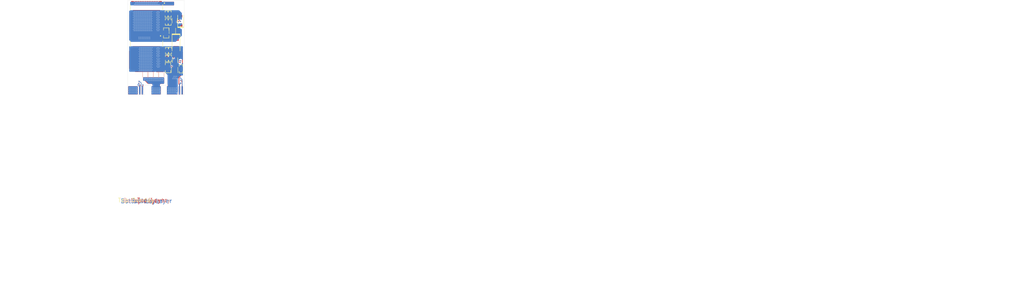
<source format=kicad_pcb>
(kicad_pcb (version 20240108) (generator "pcbnew") (generator_version "8.0")
  (layers (0 "F.Cu" signal "Top Layer") (1 "In1.Cu" signal "Layer 1") (2 "In2.Cu" signal "Layer 2") (31 "B.Cu" signal "Bottom Layer") (34 "B.Paste" user "Bottom Paste") (35 "F.Paste" user "Top Paste") (36 "B.SilkS" user "Bottom Overlay") (37 "F.SilkS" user "Top Overlay") (38 "B.Mask" user "Bottom Solder") (39 "F.Mask" user "Top Solder") (44 "Edge.Cuts" user))
  (net 0 "")
  (net 1 "NetR28_1")
  (net 2 "INH")
  (net 3 "RDRV_H")
  (net 4 "INL")
  (net 5 "VNEG_L")
  (net 6 "VNEG_H")
  (net 7 "U2NC54")
  (net 8 "U2NC28")
  (net 9 "U2NC17")
  (net 10 "U2NC16")
  (net 11 "U2NC1")
  (net 12 "U1NC54")
  (net 13 "U1NC28")
  (net 14 "U1NC17")
  (net 15 "U1NC16")
  (net 16 "U1NC1")
  (net 17 "TEMP_L")
  (net 18 "TEMP_H")
  (net 19 "SW")
  (net 20 "PGND")
  (net 21 "OC_L")
  (net 22 "OC_H")
  (net 23 "NetL4_2")
  (net 24 "NetL1_2")
  (net 25 "NetD1_2")
  (net 26 "NetC170_2")
  (net 27 "NetC61_2")
  (net 28 "ISO_12V_L")
  (net 29 "ISO_12V_H")
  (net 30 "HVBUS")
  (net 31 "FAULT_L")
  (net 32 "FAULT_H")
  (net 33 "5V_L")
  (net 34 "5V_H")
  (footprint "" (layer "F.Cu") (at 151.560935 108.230609)
    (property "Reference" "")
    (property "Value" "")
  )
  (footprint "Vault:SOD-123" (layer "F.Cu") (at 157.626365 95.029129 90)
    (property "Reference" "D2" (hide yes))
    (property "Value" "BZT52C16-7-F" (hide yes))
  )
  (footprint "Vault:0402" (layer "F.Cu") (at 152.526535 106.247599 90)
    (property "Reference" "R28" (hide yes))
    (property "Value" "MCR01MZPJ000" (hide yes))
  )
  (footprint "Vault:SMA" (layer "F.Cu") (at 155.933535 103.542609 -90)
    (property "Reference" "D1" (hide yes))
    (property "Value" "US1M-13-F" (hide yes))
  )
  (footprint "Vault:0402" (layer "F.Cu") (at 153.601275 95.558079 -90)
    (property "Reference" "R27" (hide yes))
    (property "Value" "CRCW0402300RJNED" (hide yes))
  )
  (footprint "" (layer "F.Cu") (at 151.503035 96.010319)
    (property "Reference" "")
    (property "Value" "")
  )
  (footprint "Vault:FP-SDEM20161T-4R7MS_SMD2-MFG" (layer "F.Cu") (at 155.425535 113.448609 -90)
    (property "Reference" "L4" (hide yes))
    (property "Value" "SDEM20161T-4R7MS" (hide yes))
  )
  (footprint "" (layer "F.Cu") (at 151.586935 109.529609)
    (property "Reference" "")
    (property "Value" "")
  )
  (footprint "Vault:FP-SDEM20161T-4R7MS_SMD2-MFG" (layer "F.Cu") (at 154.558535 98.881599 -90)
    (property "Reference" "L1" (hide yes))
    (property "Value" "SDEM20161T-4R7MS" (hide yes))
  )
  (footprint "Vault:0402" (layer "F.Cu") (at 152.504535 109.130609 -90)
    (property "Reference" "C170" (hide yes))
    (property "Value" "C1005C0G1H220J050BA" (hide yes))
  )
  (footprint "Vault:1206_190" (layer "F.Cu") (at 155.574535 109.803599 -90)
    (property "Reference" "C62" (hide yes))
    (property "Value" "C1206C106K3RACTU" (hide yes))
  )
  (footprint "Server1600-Local.PcbLib:EC_GAN_DC_HBLLC" (layer "F.Cu") (at 159.003535 118.503609 180)
    (property "Reference" "J1" (hide yes))
    (property "Value" "Edge Finger" (hide yes))
  )
  (footprint "Vault:0402" (layer "F.Cu") (at 152.377535 92.566609 90)
    (property "Reference" "R25" (hide yes))
    (property "Value" "MCR01MZPJ000" (hide yes))
  )
  (footprint "Vault:0402" (layer "F.Cu") (at 153.597625 92.552729 -90)
    (property "Reference" "C58" (hide yes))
    (property "Value" "CL05B224KO5NNNC" (hide yes))
  )
  (footprint "Vault:0805_HV" (layer "F.Cu") (at 152.272535 99.643599 90)
    (property "Reference" "C59" (hide yes))
    (property "Value" "GRM219R61E225KA12D" (hide yes))
  )
  (footprint "Vault:0603" (layer "F.Cu") (at 157.778865 113.014609 -90)
    (property "Reference" "R24" (hide yes))
    (property "Value" "MCT06030C2008FP500" (hide yes))
  )
  (footprint "Vault:0402" (layer "F.Cu") (at 153.741535 106.222329 -90)
    (property "Reference" "C63" (hide yes))
    (property "Value" "CL05B224KO5NNNC" (hide yes))
  )
  (footprint "Vault:0402" (layer "F.Cu") (at 152.449025 95.534409 -90)
    (property "Reference" "C61" (hide yes))
    (property "Value" "C1005C0G1H220J050BA" (hide yes))
  )
  (footprint "Vault:0805_HV" (layer "F.Cu") (at 152.949015 112.585609 90)
    (property "Reference" "C64" (hide yes))
    (property "Value" "GRM219R61E225KA12D" (hide yes))
  )
  (footprint "Vault:RQZ0054A-MFG-NV" (layer "F.Cu") (at 144.928535 94.001609 -90)
    (property "Reference" "U7" (hide yes))
    (property "Value" "LMG3425R030RQZT" (hide yes))
  )
  (footprint "Vault:0402" (layer "F.Cu") (at 153.726835 109.106469 90)
    (property "Reference" "R110" (hide yes))
    (property "Value" "CRCW0402300RJNED" (hide yes))
  )
  (footprint "" (layer "F.Cu") (at 151.510535 94.690599)
    (property "Reference" "")
    (property "Value" "")
  )
  (footprint "Vault:1206_190" (layer "F.Cu") (at 155.447535 95.095829 90)
    (property "Reference" "C57" (hide yes))
    (property "Value" "C1206C106K3RACTU" (hide yes))
  )
  (footprint "Vault:RQZ0054A-MFG-NV" (layer "F.Cu") (at 144.955535 107.564609 -90)
    (property "Reference" "U8" (hide yes))
    (property "Value" "LMG3425R030RQZT" (hide yes))
  )
  (footprint "Vault:1206_190" (layer "B.Cu") (at 146.467955 115.195599 90)
    (property "Reference" "C68" (hide yes))
    (property "Value" "C1206C223KDRACTU" (hide yes))
  )
  (footprint "Vault:1206_190" (layer "B.Cu") (at 144.468545 115.195599 90)
    (property "Reference" "C65" (hide yes))
    (property "Value" "C1206C223KDRACTU" (hide yes))
  )
  (footprint "Vault:1206_190" (layer "B.Cu") (at 150.466785 115.195599 90)
    (property "Reference" "C66" (hide yes))
    (property "Value" "C1206C223KDRACTU" (hide yes))
  )
  (footprint "Vault:1206_190" (layer "B.Cu") (at 148.467365 115.195599 90)
    (property "Reference" "C67" (hide yes))
    (property "Value" "C1206C223KDRACTU" (hide yes))
  )
  (gr_rect (start 152.859025 115.305439) (end 156.427545 121.003609) (fill solid) (layer "F.Cu") (net 20))
  (gr_line (start 146.688435 122.659989) (end 150.388435 122.659989) (stroke (width 0.05)) (layer "Edge.Cuts"))
  (gr_line (start 158.988435 87.559989) (end 137.988435 87.559989) (stroke (width 0.05)) (layer "Edge.Cuts"))
  (gr_line (start 152.388435 119.059989) (end 152.388435 122.659989) (stroke (width 0.05)) (layer "Edge.Cuts"))
  (gr_line (start 150.388435 119.059989) (end 152.388435 119.059989) (stroke (width 0.05)) (layer "Edge.Cuts"))
  (gr_line (start 144.188435 122.659989) (end 144.188435 119.059989) (stroke (width 0.05)) (layer "Edge.Cuts"))
  (gr_line (start 150.388435 122.659989) (end 150.388435 119.059989) (stroke (width 0.05)) (layer "Edge.Cuts"))
  (gr_line (start 137.988435 87.559989) (end 137.988435 122.659989) (stroke (width 0.05)) (layer "Edge.Cuts"))
  (gr_line (start 144.188435 119.059989) (end 146.688435 119.059989) (stroke (width 0.05)) (layer "Edge.Cuts"))
  (gr_line (start 152.388435 122.659989) (end 158.988435 122.659989) (stroke (width 0.05)) (layer "Edge.Cuts"))
  (gr_line (start 146.688435 119.059989) (end 146.688435 122.659989) (stroke (width 0.05)) (layer "Edge.Cuts"))
  (gr_line (start 158.988435 122.659989) (end 158.988435 87.559989) (stroke (width 0.05)) (layer "Edge.Cuts"))
  (gr_line (start 137.988435 122.659989) (end 144.188435 122.659989) (stroke (width 0.05)) (layer "Edge.Cuts"))
  (gr_text "${LAYER}" (at 141.297655 162.813239 360) (layer "F.Cu") (effects (font (size 1.524 1.524) (thickness 0.2032)) (justify left bottom)))
  (gr_text "${LAYER}" (at 139.014655 163.067239 360) (layer "F.Cu") (effects (font (size 1.524 1.524) (thickness 0.2032)) (justify left bottom)))
  (gr_text "${LAYER}" (at 135.204655 163.143599 360) (layer "B.Cu") (effects (font (size 1.524 1.524) (thickness 0.2032)) (justify left bottom)))
  (gr_text "${LAYER}" (at 139.014655 163.067239 360) (layer "B.Cu") (effects (font (size 1.524 1.524) (thickness 0.2032)) (justify left bottom)))
  (gr_text "${LAYER}" (at 136.093655 162.889599 360) (layer "B.SilkS") (effects (font (size 1.524 1.524) (thickness 0.2032)) (justify left bottom)))
  (gr_text "${LAYER}" (at 134.169255 162.813239 360) (layer "F.SilkS") (effects (font (size 1.524 1.524) (thickness 0.2032)) (justify left bottom)))
  (segment (start 150.755535 106.929609) (end 152.444535 106.929609) (width 0.2) (layer "F.Cu") (net 1))
  (segment (start 152.444535 106.929609) (end 152.526535 106.847599) (width 0.2) (layer "F.Cu") (net 1))
  (segment (start 153.601275 95.058079) (end 153.801275 95.258079) (width 0.2) (layer "F.Cu") (net 2))
  (segment (start 153.801275 95.258079) (end 156.615275 95.258079) (width 0.2) (layer "F.Cu") (net 2))
  (segment (start 156.778545 95.421349) (end 156.848145 95.421349) (width 0.2) (layer "F.Cu") (net 2))
  (segment (start 153.601275 95.058079) (end 153.601275 94.958079) (width 0.2) (layer "F.Cu") (net 2))
  (segment (start 156.615275 95.258079) (end 156.778545 95.421349) (width 0.2) (layer "F.Cu") (net 2))
  (via (at 142.141335 117.683439) (size 0.4572) (drill 0.2032) (layers "F.Cu" "B.Cu") (net 2))
  (via (at 156.848145 95.421349) (size 0.4572) (drill 0.2032) (layers "F.Cu" "B.Cu") (net 2))
  (segment (start 143.403535 121.003609) (end 143.403535 119.753609) (width 0.2) (layer "B.Cu") (net 2))
  (segment (start 143.253535 119.603609) (end 143.253535 119.603609) (width 0.2) (layer "B.Cu") (net 2))
  (segment (start 142.399465 117.732649) (end 142.953535 118.286719) (width 0.2) (layer "B.Cu") (net 2))
  (segment (start 142.953535 119.303609) (end 142.953535 118.286719) (width 0.2) (layer "B.Cu") (net 2))
  (segment (start 142.190545 117.732649) (end 142.399465 117.732649) (width 0.2) (layer "B.Cu") (net 2))
  (segment (start 143.253535 119.603609) (end 143.403535 119.753609) (width 0.2) (layer "B.Cu") (net 2))
  (segment (start 142.953535 119.303609) (end 143.253535 119.603609) (width 0.2) (layer "B.Cu") (net 2))
  (segment (start 142.141335 117.683439) (end 142.190545 117.732649) (width 0.2) (layer "B.Cu") (net 2))
  (segment (start 152.177535 93.366609) (end 152.377535 93.166609) (width 0.2) (layer "F.Cu") (net 3))
  (segment (start 150.728535 93.366609) (end 152.177535 93.366609) (width 0.2) (layer "F.Cu") (net 3))
  (segment (start 157.340045 110.612339) (end 157.501145 110.612339) (width 0.2) (layer "F.Cu") (net 4))
  (segment (start 154.932695 110.576899) (end 157.304595 110.576899) (width 0.2) (layer "F.Cu") (net 4))
  (segment (start 154.209675 109.853879) (end 154.932695 110.576899) (width 0.2) (layer "F.Cu") (net 4))
  (segment (start 157.304595 110.576899) (end 157.340045 110.612339) (width 0.2) (layer "F.Cu") (net 4))
  (segment (start 153.874245 109.853879) (end 154.209675 109.853879) (width 0.2) (layer "F.Cu") (net 4))
  (segment (start 153.726835 109.706469) (end 153.874245 109.853879) (width 0.2) (layer "F.Cu") (net 4))
  (segment (start 157.501145 110.612339) (end 157.550355 110.661559) (width 0.2) (layer "F.Cu") (net 4))
  (via (at 157.569545 116.416269) (size 0.4572) (drill 0.2032) (layers "F.Cu" "B.Cu") (net 4))
  (via (at 157.550355 110.661559) (size 0.4572) (drill 0.2032) (layers "F.Cu" "B.Cu") (net 4))
  (segment (start 157.569545 116.416269) (end 157.626605 116.416269) (width 0.2) (layer "B.Cu") (net 4))
  (segment (start 158.245815 120.961319) (end 158.245815 117.035489) (width 0.2) (layer "B.Cu") (net 4))
  (segment (start 158.203535 121.003609) (end 158.245815 120.961319) (width 0.2) (layer "B.Cu") (net 4))
  (segment (start 157.626605 116.416269) (end 158.245815 117.035489) (width 0.2) (layer "B.Cu") (net 4))
  (segment (start 151.076705 114.123609) (end 151.598705 113.601609) (width 0.2) (layer "F.Cu") (net 5))
  (segment (start 149.180535 114.123609) (end 149.180535 113.364609) (width 0.2) (layer "F.Cu") (net 5))
  (segment (start 148.530535 113.963009) (end 148.691135 114.123609) (width 0.2) (layer "F.Cu") (net 5))
  (segment (start 148.691135 114.123609) (end 149.180535 114.123609) (width 0.2) (layer "F.Cu") (net 5))
  (segment (start 151.598705 113.601609) (end 152.949015 113.601609) (width 0.2) (layer "F.Cu") (net 5))
  (segment (start 149.180535 114.123609) (end 151.076705 114.123609) (width 0.2) (layer "F.Cu") (net 5))
  (segment (start 148.530535 113.963009) (end 148.530535 113.364609) (width 0.2) (layer "F.Cu") (net 5))
  (segment (start 152.563185 100.617559) (end 152.644235 100.698609) (width 0.2) (layer "F.Cu") (net 6))
  (segment (start 149.474485 100.617559) (end 152.817185 100.617559) (width 0.2) (layer "F.Cu") (net 6))
  (segment (start 149.203525 100.346599) (end 149.474485 100.617559) (width 0.2) (layer "F.Cu") (net 6))
  (segment (start 149.203525 100.346599) (end 149.203525 99.851599) (width 0.2) (layer "F.Cu") (net 6))
  (segment (start 148.503535 99.801609) (end 149.153535 99.801609) (width 0.2) (layer "F.Cu") (net 6))
  (segment (start 149.153535 99.801609) (end 149.203525 99.851599) (width 0.2) (layer "F.Cu") (net 6))
  (segment (start 154.375535 109.302599) (end 155.085065 110.012139) (width 0.2) (layer "F.Cu") (net 17))
  (segment (start 150.755535 107.579609) (end 153.924235 107.579609) (width 0.2) (layer "F.Cu") (net 17))
  (segment (start 158.203535 121.003609) (end 158.203535 117.799309) (width 0.2) (layer "F.Cu") (net 17))
  (segment (start 157.717215 117.312989) (end 157.717215 117.254439) (width 0.2) (layer "F.Cu") (net 17))
  (segment (start 153.924235 107.579609) (end 154.375535 108.030909) (width 0.2) (layer "F.Cu") (net 17))
  (segment (start 155.085065 110.012139) (end 157.651175 110.012139) (width 0.2) (layer "F.Cu") (net 17))
  (segment (start 154.375535 109.302599) (end 154.375535 108.030909) (width 0.2) (layer "F.Cu") (net 17))
  (segment (start 157.717215 117.312989) (end 158.203535 117.799309) (width 0.2) (layer "F.Cu") (net 17))
  (via (at 157.651175 110.012139) (size 0.4572) (drill 0.2032) (layers "F.Cu" "B.Cu") (net 17))
  (via (at 157.717215 117.254439) (size 0.4572) (drill 0.2032) (layers "F.Cu" "B.Cu") (net 17))
  (segment (start 143.588535 119.486449) (end 143.588535 118.996389) (width 0.2) (layer "F.Cu") (net 18))
  (segment (start 150.774035 94.014309) (end 153.925525 94.014309) (width 0.2) (layer "F.Cu") (net 18))
  (segment (start 154.544415 94.633199) (end 156.807545 94.633199) (width 0.2) (layer "F.Cu") (net 18))
  (segment (start 153.925525 94.014309) (end 154.544415 94.633199) (width 0.2) (layer "F.Cu") (net 18))
  (segment (start 143.553535 119.521449) (end 143.588535 119.486449) (width 0.2) (layer "F.Cu") (net 18))
  (segment (start 150.771735 94.016609) (end 150.774035 94.014309) (width 0.2) (layer "F.Cu") (net 18))
  (segment (start 156.807545 94.633199) (end 157.531495 95.357149) (width 0.2) (layer "F.Cu") (net 18))
  (segment (start 157.531495 95.357149) (end 157.569545 95.357149) (width 0.2) (layer "F.Cu") (net 18))
  (segment (start 143.553535 120.853609) (end 143.553535 119.521449) (width 0.2) (layer "F.Cu") (net 18))
  (segment (start 143.403535 121.003609) (end 143.553535 120.853609) (width 0.2) (layer "F.Cu") (net 18))
  (via (at 143.588535 118.996389) (size 0.4572) (drill 0.2032) (layers "F.Cu" "B.Cu") (net 18))
  (via (at 157.569545 95.357149) (size 0.4572) (drill 0.2032) (layers "F.Cu" "B.Cu") (net 18))
  (segment (start 153.597625 93.224279) (end 153.597625 93.152729) (width 0.5) (layer "F.Cu") (net 19))
  (segment (start 152.272535 98.627599) (end 152.693535 98.206609) (width 0.2) (layer "F.Cu") (net 19))
  (segment (start 151.560935 95.316609) (end 151.586935 95.290599) (width 0.3) (layer "F.Cu") (net 19))
  (segment (start 157.624265 93.393729) (end 157.626365 93.391629) (width 0.5) (layer "F.Cu") (net 19))
  (segment (start 150.728535 97.916609) (end 150.928545 97.916609) (width 0.2) (layer "F.Cu") (net 19))
  (segment (start 152.427025 94.733209) (end 152.427025 94.633199) (width 0.2) (layer "F.Cu") (net 19))
  (segment (start 151.737535 98.092599) (end 152.272535 98.627599) (width 0.2) (layer "F.Cu") (net 19))
  (segment (start 152.449025 95.034409) (end 152.449025 94.934409) (width 0.3) (layer "F.Cu") (net 19))
  (segment (start 150.928545 97.916609) (end 151.104535 98.092599) (width 0.2) (layer "F.Cu") (net 19))
  (segment (start 154.558535 98.206609) (end 154.622535 98.206609) (width 0.2) (layer "F.Cu") (net 19))
  (segment (start 153.647625 93.274279) (end 155.325985 93.274279) (width 0.5) (layer "F.Cu") (net 19))
  (segment (start 151.586935 95.290599) (end 152.092825 95.290599) (width 0.3) (layer "F.Cu") (net 19))
  (segment (start 153.597625 93.224279) (end 153.647625 93.274279) (width 0.5) (layer "F.Cu") (net 19))
  (segment (start 152.299025 95.184409) (end 152.449025 95.034409) (width 0.3) (layer "F.Cu") (net 19))
  (segment (start 155.325985 93.274279) (end 155.447535 93.395829) (width 0.5) (layer "F.Cu") (net 19))
  (segment (start 154.622535 98.206609) (end 154.797535 98.031599) (width 0.2) (layer "F.Cu") (net 19))
  (segment (start 150.728535 98.666609) (end 152.644235 98.666609) (width 0.2) (layer "F.Cu") (net 19))
  (segment (start 152.199015 95.184409) (end 152.299025 95.184409) (width 0.3) (layer "F.Cu") (net 19))
  (segment (start 151.104535 98.092599) (end 151.737535 98.092599) (width 0.2) (layer "F.Cu") (net 19))
  (segment (start 152.092825 95.290599) (end 152.199015 95.184409) (width 0.3) (layer "F.Cu") (net 19))
  (segment (start 150.728535 95.316609) (end 151.560935 95.316609) (width 0.2) (layer "F.Cu") (net 19))
  (segment (start 155.449635 93.393729) (end 156.546865 93.393729) (width 0.5) (layer "F.Cu") (net 19))
  (segment (start 155.447535 93.395829) (end 155.449635 93.393729) (width 0.5) (layer "F.Cu") (net 19))
  (segment (start 152.693535 98.206609) (end 154.558535 98.206609) (width 0.5) (layer "F.Cu") (net 19))
  (segment (start 156.546865 93.393729) (end 157.624265 93.393729) (width 0.5) (layer "F.Cu") (net 19))
  (via (at 144.627135 101.241579) (size 0.4572) (drill 0.2032) (layers "F.Cu" "B.Cu") (net 19))
  (via (at 142.607835 92.988799) (size 0.4572) (drill 0.2032) (layers "F.Cu" "B.Cu") (net 19))
  (via (at 142.099835 101.241579) (size 0.4572) (drill 0.2032) (layers "F.Cu" "B.Cu") (net 19))
  (via (at 141.096535 93.877799) (size 0.4572) (drill 0.2032) (layers "F.Cu" "B.Cu") (net 19))
  (via (at 138.898125 121.867209) (size 0.4572) (drill 0.2032) (layers "F.Cu" "B.Cu") (net 19))
  (via (at 142.379235 95.173199) (size 0.4572) (drill 0.2032) (layers "F.Cu" "B.Cu") (net 19))
  (via (at 140.842535 96.087599) (size 0.4572) (drill 0.2032) (layers "F.Cu" "B.Cu") (net 19))
  (via (at 149.224535 98.373599) (size 0.4572) (drill 0.2032) (layers "F.Cu" "B.Cu") (net 19))
  (via (at 142.887235 93.420599) (size 0.4572) (drill 0.2032) (layers "F.Cu" "B.Cu") (net 19))
  (via (at 146.176535 98.373599) (size 0.4572) (drill 0.2032) (layers "F.Cu" "B.Cu") (net 19))
  (via (at 143.128535 98.373599) (size 0.4572) (drill 0.2032) (layers "F.Cu" "B.Cu") (net 19))
  (via (at 144.627135 92.125199) (size 0.4572) (drill 0.2032) (layers "F.Cu" "B.Cu") (net 19))
  (via (at 141.350535 97.001999) (size 0.4572) (drill 0.2032) (layers "F.Cu" "B.Cu") (net 19))
  (via (at 143.382535 97.916399) (size 0.4572) (drill 0.2032) (layers "F.Cu" "B.Cu") (net 19))
  (via (at 141.871235 97.916399) (size 0.4572) (drill 0.2032) (layers "F.Cu" "B.Cu") (net 19))
  (via (at 146.684535 93.877799) (size 0.4572) (drill 0.2032) (layers "F.Cu" "B.Cu") (net 19))
  (via (at 140.817135 92.556999) (size 0.4572) (drill 0.2032) (layers "F.Cu" "B.Cu") (net 19))
  (via (at 146.659135 92.125199) (size 0.4572) (drill 0.2032) (layers "F.Cu" "B.Cu") (net 19))
  (via (at 156.546865 93.393729) (size 0.4572) (drill 0.2032) (layers "F.Cu" "B.Cu") (net 19))
  (via (at 141.871235 94.309599) (size 0.4572) (drill 0.2032) (layers "F.Cu" "B.Cu") (net 19))
  (via (at 148.716535 95.630399) (size 0.4572) (drill 0.2032) (layers "F.Cu" "B.Cu") (net 19))
  (via (at 143.636535 96.544799) (size 0.4572) (drill 0.2032) (layers "F.Cu" "B.Cu") (net 19))
  (via (at 139.649535 121.435409) (size 0.4572) (drill 0.2032) (layers "F.Cu" "B.Cu") (net 19))
  (via (at 146.938535 93.420599) (size 0.4572) (drill 0.2032) (layers "F.Cu" "B.Cu") (net 19))
  (via (at 142.353835 91.667999) (size 0.4572) (drill 0.2032) (layers "F.Cu" "B.Cu") (net 19))
  (via (at 142.379235 93.420599) (size 0.4572) (drill 0.2032) (layers "F.Cu" "B.Cu") (net 19))
  (via (at 140.080535 94.741399) (size 0.4572) (drill 0.2032) (layers "F.Cu" "B.Cu") (net 19))
  (via (at 144.119135 92.988799) (size 0.4572) (drill 0.2032) (layers "F.Cu" "B.Cu") (net 19))
  (via (at 148.970535 97.001999) (size 0.4572) (drill 0.2032) (layers "F.Cu" "B.Cu") (net 19))
  (via (at 144.652535 98.373599) (size 0.4572) (drill 0.2032) (layers "F.Cu" "B.Cu") (net 19))
  (via (at 149.478535 95.173199) (size 0.4572) (drill 0.2032) (layers "F.Cu" "B.Cu") (net 19))
  (via (at 142.887235 98.830799) (size 0.4572) (drill 0.2032) (layers "F.Cu" "B.Cu") (net 19))
  (via (at 143.357135 91.667999) (size 0.4572) (drill 0.2032) (layers "F.Cu" "B.Cu") (net 19))
  (via (at 144.144535 98.373599) (size 0.4572) (drill 0.2032) (layers "F.Cu" "B.Cu") (net 19))
  (via (at 142.379235 98.830799) (size 0.4572) (drill 0.2032) (layers "F.Cu" "B.Cu") (net 19))
  (via (at 144.881135 92.556999) (size 0.4572) (drill 0.2032) (layers "F.Cu" "B.Cu") (net 19))
  (via (at 145.160535 97.459199) (size 0.4572) (drill 0.2032) (layers "F.Cu" "B.Cu") (net 19))
  (via (at 140.080535 97.459199) (size 0.4572) (drill 0.2032) (layers "F.Cu" "B.Cu") (net 19))
  (via (at 145.922535 96.087599) (size 0.4572) (drill 0.2032) (layers "F.Cu" "B.Cu") (net 19))
  (via (at 149.224535 94.741399) (size 0.4572) (drill 0.2032) (layers "F.Cu" "B.Cu") (net 19))
  (via (at 146.913135 91.667999) (size 0.4572) (drill 0.2032) (layers "F.Cu" "B.Cu") (net 19))
  (via (at 145.414535 95.173199) (size 0.4572) (drill 0.2032) (layers "F.Cu" "B.Cu") (net 19))
  (via (at 148.970535 98.830799) (size 0.4572) (drill 0.2032) (layers "F.Cu" "B.Cu") (net 19))
  (via (at 145.147835 101.802599) (size 0.4572) (drill 0.2032) (layers "F.Cu" "B.Cu") (net 19))
  (via (at 140.055135 92.125199) (size 0.4572) (drill 0.2032) (layers "F.Cu" "B.Cu") (net 19))
  (via (at 142.099835 92.988799) (size 0.4572) (drill 0.2032) (layers "F.Cu" "B.Cu") (net 19))
  (via (at 138.633535 120.571809) (size 0.4572) (drill 0.2032) (layers "F.Cu" "B.Cu") (net 19))
  (via (at 141.617235 97.459199) (size 0.4572) (drill 0.2032) (layers "F.Cu" "B.Cu") (net 19))
  (via (at 141.096535 94.741399) (size 0.4572) (drill 0.2032) (layers "F.Cu" "B.Cu") (net 19))
  (via (at 140.080535 95.630399) (size 0.4572) (drill 0.2032) (layers "F.Cu" "B.Cu") (net 19))
  (via (at 142.887235 94.309599) (size 0.4572) (drill 0.2032) (layers "F.Cu" "B.Cu") (net 19))
  (via (at 146.430535 98.830799) (size 0.4572) (drill 0.2032) (layers "F.Cu" "B.Cu") (net 19))
  (via (at 142.099835 92.125199) (size 0.4572) (drill 0.2032) (layers "F.Cu" "B.Cu") (net 19))
  (via (at 139.649535 120.571809) (size 0.4572) (drill 0.2032) (layers "F.Cu" "B.Cu") (net 19))
  (via (at 145.414535 93.420599) (size 0.4572) (drill 0.2032) (layers "F.Cu" "B.Cu") (net 19))
  (via (at 140.334535 96.087599) (size 0.4572) (drill 0.2032) (layers "F.Cu" "B.Cu") (net 19))
  (via (at 144.373135 92.556999) (size 0.4572) (drill 0.2032) (layers "F.Cu" "B.Cu") (net 19))
  (via (at 143.103135 92.988799) (size 0.4572) (drill 0.2032) (layers "F.Cu" "B.Cu") (net 19))
  (via (at 141.845835 91.667999) (size 0.4572) (drill 0.2032) (layers "F.Cu" "B.Cu") (net 19))
  (via (at 145.668535 95.630399) (size 0.4572) (drill 0.2032) (layers "F.Cu" "B.Cu") (net 19))
  (via (at 149.707135 92.988799) (size 0.4572) (drill 0.2032) (layers "F.Cu" "B.Cu") (net 19))
  (via (at 146.430535 93.420599) (size 0.4572) (drill 0.2032) (layers "F.Cu" "B.Cu") (net 19))
  (via (at 144.627135 92.988799) (size 0.4572) (drill 0.2032) (layers "F.Cu" "B.Cu") (net 19))
  (via (at 140.842535 97.001999) (size 0.4572) (drill 0.2032) (layers "F.Cu" "B.Cu") (net 19))
  (via (at 144.906535 94.309599) (size 0.4572) (drill 0.2032) (layers "F.Cu" "B.Cu") (net 19))
  (via (at 141.617235 96.544799) (size 0.4572) (drill 0.2032) (layers "F.Cu" "B.Cu") (net 19))
  (via (at 139.903535 120.114609) (size 0.4572) (drill 0.2032) (layers "F.Cu" "B.Cu") (net 19))
  (via (at 146.151135 92.125199) (size 0.4572) (drill 0.2032) (layers "F.Cu" "B.Cu") (net 19))
  (via (at 144.652535 94.741399) (size 0.4572) (drill 0.2032) (layers "F.Cu" "B.Cu") (net 19))
  (via (at 141.096535 96.544799) (size 0.4572) (drill 0.2032) (layers "F.Cu" "B.Cu") (net 19))
  (via (at 140.921655 121.867209) (size 0.4572) (drill 0.2032) (layers "F.Cu" "B.Cu") (net 19))
  (via (at 140.334535 93.420599) (size 0.4572) (drill 0.2032) (layers "F.Cu" "B.Cu") (net 19))
  (via (at 139.141535 121.435409) (size 0.4572) (drill 0.2032) (layers "F.Cu" "B.Cu") (net 19))
  (via (at 145.160535 95.630399) (size 0.4572) (drill 0.2032) (layers "F.Cu" "B.Cu") (net 19))
  (via (at 146.151135 101.241579) (size 0.4572) (drill 0.2032) (layers "F.Cu" "B.Cu") (net 19))
  (via (at 146.176535 97.459199) (size 0.4572) (drill 0.2032) (layers "F.Cu" "B.Cu") (net 19))
  (via (at 144.398535 97.001999) (size 0.4572) (drill 0.2032) (layers "F.Cu" "B.Cu") (net 19))
  (via (at 143.890535 93.420599) (size 0.4572) (drill 0.2032) (layers "F.Cu" "B.Cu") (net 19))
  (via (at 138.392245 121.867209) (size 0.4572) (drill 0.2032) (layers "F.Cu" "B.Cu") (net 19))
  (via (at 145.135135 92.125199) (size 0.4572) (drill 0.2032) (layers "F.Cu" "B.Cu") (net 19))
  (via (at 143.890535 94.309599) (size 0.4572) (drill 0.2032) (layers "F.Cu" "B.Cu") (net 19))
  (via (at 140.309135 91.667999) (size 0.4572) (drill 0.2032) (layers "F.Cu" "B.Cu") (net 19))
  (via (at 148.716535 93.877799) (size 0.4572) (drill 0.2032) (layers "F.Cu" "B.Cu") (net 19))
  (via (at 149.199135 92.125199) (size 0.4572) (drill 0.2032) (layers "F.Cu" "B.Cu") (net 19))
  (via (at 143.115835 101.802599) (size 0.4572) (drill 0.2032) (layers "F.Cu" "B.Cu") (net 19))
  (via (at 142.125235 94.741399) (size 0.4572) (drill 0.2032) (layers "F.Cu" "B.Cu") (net 19))
  (via (at 140.842535 95.173199) (size 0.4572) (drill 0.2032) (layers "F.Cu" "B.Cu") (net 19))
  (via (at 146.430535 97.001999) (size 0.4572) (drill 0.2032) (layers "F.Cu" "B.Cu") (net 19))
  (via (at 140.157535 121.435409) (size 0.4572) (drill 0.2032) (layers "F.Cu" "B.Cu") (net 19))
  (via (at 146.430535 96.087599) (size 0.4572) (drill 0.2032) (layers "F.Cu" "B.Cu") (net 19))
  (via (at 149.224535 95.630399) (size 0.4572) (drill 0.2032) (layers "F.Cu" "B.Cu") (net 19))
  (via (at 146.938535 97.001999) (size 0.4572) (drill 0.2032) (layers "F.Cu" "B.Cu") (net 19))
  (via (at 146.938535 94.309599) (size 0.4572) (drill 0.2032) (layers "F.Cu" "B.Cu") (net 19))
  (via (at 143.890535 96.087599) (size 0.4572) (drill 0.2032) (layers "F.Cu" "B.Cu") (net 19))
  (via (at 141.871235 95.173199) (size 0.4572) (drill 0.2032) (layers "F.Cu" "B.Cu") (net 19))
  (via (at 141.591835 92.125199) (size 0.4572) (drill 0.2032) (layers "F.Cu" "B.Cu") (net 19))
  (via (at 143.636535 95.630399) (size 0.4572) (drill 0.2032) (layers "F.Cu" "B.Cu") (net 19))
  (via (at 144.144535 93.877799) (size 0.4572) (drill 0.2032) (layers "F.Cu" "B.Cu") (net 19))
  (via (at 141.350535 96.087599) (size 0.4572) (drill 0.2032) (layers "F.Cu" "B.Cu") (net 19))
  (via (at 148.716535 96.544799) (size 0.4572) (drill 0.2032) (layers "F.Cu" "B.Cu") (net 19))
  (via (at 145.643135 101.241579) (size 0.4572) (drill 0.2032) (layers "F.Cu" "B.Cu") (net 19))
  (via (at 143.636535 98.373599) (size 0.4572) (drill 0.2032) (layers "F.Cu" "B.Cu") (net 19))
  (via (at 145.414535 94.309599) (size 0.4572) (drill 0.2032) (layers "F.Cu" "B.Cu") (net 19))
  (via (at 148.716535 97.459199) (size 0.4572) (drill 0.2032) (layers "F.Cu" "B.Cu") (net 19))
  (via (at 140.334535 98.830799) (size 0.4572) (drill 0.2032) (layers "F.Cu" "B.Cu") (net 19))
  (via (at 142.633235 94.741399) (size 0.4572) (drill 0.2032) (layers "F.Cu" "B.Cu") (net 19))
  (via (at 146.684535 97.459199) (size 0.4572) (drill 0.2032) (layers "F.Cu" "B.Cu") (net 19))
  (via (at 140.588535 98.373599) (size 0.4572) (drill 0.2032) (layers "F.Cu" "B.Cu") (net 19))
  (via (at 144.119135 92.125199) (size 0.4572) (drill 0.2032) (layers "F.Cu" "B.Cu") (net 19))
  (via (at 138.633535 121.435409) (size 0.4572) (drill 0.2032) (layers "F.Cu" "B.Cu") (net 19))
  (via (at 146.938535 96.087599) (size 0.4572) (drill 0.2032) (layers "F.Cu" "B.Cu") (net 19))
  (via (at 149.707135 93.826999) (size 0.4572) (drill 0.2032) (layers "F.Cu" "B.Cu") (net 19))
  (via (at 146.913135 92.556999) (size 0.4572) (drill 0.2032) (layers "F.Cu" "B.Cu") (net 19))
  (via (at 142.118755 118.399539) (size 0.4572) (drill 0.2032) (layers "F.Cu" "B.Cu") (net 19))
  (via (at 146.176535 96.544799) (size 0.4572) (drill 0.2032) (layers "F.Cu" "B.Cu") (net 19))
  (via (at 145.922535 93.420599) (size 0.4572) (drill 0.2032) (layers "F.Cu" "B.Cu") (net 19))
  (via (at 149.732535 98.373599) (size 0.4572) (drill 0.2032) (layers "F.Cu" "B.Cu") (net 19))
  (via (at 142.861835 91.667999) (size 0.4572) (drill 0.2032) (layers "F.Cu" "B.Cu") (net 19))
  (via (at 142.633235 96.544799) (size 0.4572) (drill 0.2032) (layers "F.Cu" "B.Cu") (net 19))
  (via (at 145.414535 96.087599) (size 0.4572) (drill 0.2032) (layers "F.Cu" "B.Cu") (net 19))
  (via (at 141.871235 98.830799) (size 0.4572) (drill 0.2032) (layers "F.Cu" "B.Cu") (net 19))
  (via (at 149.224535 97.459199) (size 0.4572) (drill 0.2032) (layers "F.Cu" "B.Cu") (net 19))
  (via (at 140.842535 98.830799) (size 0.4572) (drill 0.2032) (layers "F.Cu" "B.Cu") (net 19))
  (via (at 145.160535 93.877799) (size 0.4572) (drill 0.2032) (layers "F.Cu" "B.Cu") (net 19))
  (via (at 143.382535 98.830799) (size 0.4572) (drill 0.2032) (layers "F.Cu" "B.Cu") (net 19))
  (via (at 143.128535 96.544799) (size 0.4572) (drill 0.2032) (layers "F.Cu" "B.Cu") (net 19))
  (via (at 143.357135 92.556999) (size 0.4572) (drill 0.2032) (layers "F.Cu" "B.Cu") (net 19))
  (via (at 143.890535 95.173199) (size 0.4572) (drill 0.2032) (layers "F.Cu" "B.Cu") (net 19))
  (via (at 139.404005 121.867209) (size 0.4572) (drill 0.2032) (layers "F.Cu" "B.Cu") (net 19))
  (via (at 144.398535 93.420599) (size 0.4572) (drill 0.2032) (layers "F.Cu" "B.Cu") (net 19))
  (via (at 145.922535 97.001999) (size 0.4572) (drill 0.2032) (layers "F.Cu" "B.Cu") (net 19))
  (via (at 141.427535 121.867209) (size 0.4572) (drill 0.2032) (layers "F.Cu" "B.Cu") (net 19))
  (via (at 141.871235 93.420599) (size 0.4572) (drill 0.2032) (layers "F.Cu" "B.Cu") (net 19))
  (via (at 146.659135 92.988799) (size 0.4572) (drill 0.2032) (layers "F.Cu" "B.Cu") (net 19))
  (via (at 149.453135 92.556999) (size 0.4572) (drill 0.2032) (layers "F.Cu" "B.Cu") (net 19))
  (via (at 140.842535 93.420599) (size 0.4572) (drill 0.2032) (layers "F.Cu" "B.Cu") (net 19))
  (via (at 145.668535 96.544799) (size 0.4572) (drill 0.2032) (layers "F.Cu" "B.Cu") (net 19))
  (via (at 142.379235 97.001999) (size 0.4572) (drill 0.2032) (layers "F.Cu" "B.Cu") (net 19))
  (via (at 143.611135 92.125199) (size 0.4572) (drill 0.2032) (layers "F.Cu" "B.Cu") (net 19))
  (via (at 142.887235 97.001999) (size 0.4572) (drill 0.2032) (layers "F.Cu" "B.Cu") (net 19))
  (via (at 149.224535 96.544799) (size 0.4572) (drill 0.2032) (layers "F.Cu" "B.Cu") (net 19))
  (via (at 142.887235 97.916399) (size 0.4572) (drill 0.2032) (layers "F.Cu" "B.Cu") (net 19))
  (via (at 148.945135 91.667999) (size 0.4572) (drill 0.2032) (layers "F.Cu" "B.Cu") (net 19))
  (via (at 145.414535 97.916399) (size 0.4572) (drill 0.2032) (layers "F.Cu" "B.Cu") (net 19))
  (via (at 145.655835 101.802599) (size 0.4572) (drill 0.2032) (layers "F.Cu" "B.Cu") (net 19))
  (via (at 140.588535 96.544799) (size 0.4572) (drill 0.2032) (layers "F.Cu" "B.Cu") (net 19))
  (via (at 144.652535 96.544799) (size 0.4572) (drill 0.2032) (layers "F.Cu" "B.Cu") (net 19))
  (via (at 141.096535 98.373599) (size 0.4572) (drill 0.2032) (layers "F.Cu" "B.Cu") (net 19))
  (via (at 141.173535 121.435409) (size 0.4572) (drill 0.2032) (layers "F.Cu" "B.Cu") (net 19))
  (via (at 146.163835 101.802599) (size 0.4572) (drill 0.2032) (layers "F.Cu" "B.Cu") (net 19))
  (via (at 148.970535 94.309599) (size 0.4572) (drill 0.2032) (layers "F.Cu" "B.Cu") (net 19))
  (via (at 140.334535 94.309599) (size 0.4572) (drill 0.2032) (layers "F.Cu" "B.Cu") (net 19))
  (via (at 144.639835 101.802599) (size 0.4572) (drill 0.2032) (layers "F.Cu" "B.Cu") (net 19))
  (via (at 140.334535 97.001999) (size 0.4572) (drill 0.2032) (layers "F.Cu" "B.Cu") (net 19))
  (via (at 146.430535 97.916399) (size 0.4572) (drill 0.2032) (layers "F.Cu" "B.Cu") (net 19))
  (via (at 146.176535 93.877799) (size 0.4572) (drill 0.2032) (layers "F.Cu" "B.Cu") (net 19))
  (via (at 148.691135 92.988799) (size 0.4572) (drill 0.2032) (layers "F.Cu" "B.Cu") (net 19))
  (via (at 143.890535 97.001999) (size 0.4572) (drill 0.2032) (layers "F.Cu" "B.Cu") (net 19))
  (via (at 139.395535 121.003609) (size 0.4572) (drill 0.2032) (layers "F.Cu" "B.Cu") (net 19))
  (via (at 144.144535 94.741399) (size 0.4572) (drill 0.2032) (layers "F.Cu" "B.Cu") (net 19))
  (via (at 144.131835 101.802599) (size 0.4572) (drill 0.2032) (layers "F.Cu" "B.Cu") (net 19))
  (via (at 149.681735 92.074399) (size 0.4572) (drill 0.2032) (layers "F.Cu" "B.Cu") (net 19))
  (via (at 145.160535 94.741399) (size 0.4572) (drill 0.2032) (layers "F.Cu" "B.Cu") (net 19))
  (via (at 142.112535 101.802599) (size 0.4572) (drill 0.2032) (layers "F.Cu" "B.Cu") (net 19))
  (via (at 141.591835 92.988799) (size 0.4572) (drill 0.2032) (layers "F.Cu" "B.Cu") (net 19))
  (via (at 149.732535 96.544799) (size 0.4572) (drill 0.2032) (layers "F.Cu" "B.Cu") (net 19))
  (via (at 143.103135 92.125199) (size 0.4572) (drill 0.2032) (layers "F.Cu" "B.Cu") (net 19))
  (via (at 141.071135 92.125199) (size 0.4572) (drill 0.2032) (layers "F.Cu" "B.Cu") (net 19))
  (via (at 141.617235 95.630399) (size 0.4572) (drill 0.2032) (layers "F.Cu" "B.Cu") (net 19))
  (via (at 145.135135 92.988799) (size 0.4572) (drill 0.2032) (layers "F.Cu" "B.Cu") (net 19))
  (via (at 149.478535 93.420599) (size 0.4572) (drill 0.2032) (layers "F.Cu" "B.Cu") (net 19))
  (via (at 138.887535 121.003609) (size 0.4572) (drill 0.2032) (layers "F.Cu" "B.Cu") (net 19))
  (via (at 142.353835 92.556999) (size 0.4572) (drill 0.2032) (layers "F.Cu" "B.Cu") (net 19))
  (via (at 148.945135 92.556999) (size 0.4572) (drill 0.2032) (layers "F.Cu" "B.Cu") (net 19))
  (via (at 144.652535 93.877799) (size 0.4572) (drill 0.2032) (layers "F.Cu" "B.Cu") (net 19))
  (via (at 145.414535 97.001999) (size 0.4572) (drill 0.2032) (layers "F.Cu" "B.Cu") (net 19))
  (via (at 146.405135 91.667999) (size 0.4572) (drill 0.2032) (layers "F.Cu" "B.Cu") (net 19))
  (via (at 143.382535 93.420599) (size 0.4572) (drill 0.2032) (layers "F.Cu" "B.Cu") (net 19))
  (via (at 144.373135 91.667999) (size 0.4572) (drill 0.2032) (layers "F.Cu" "B.Cu") (net 19))
  (via (at 141.871235 96.087599) (size 0.4572) (drill 0.2032) (layers "F.Cu" "B.Cu") (net 19))
  (via (at 144.119135 101.241579) (size 0.4572) (drill 0.2032) (layers "F.Cu" "B.Cu") (net 19))
  (via (at 142.607835 92.125199) (size 0.4572) (drill 0.2032) (layers "F.Cu" "B.Cu") (net 19))
  (via (at 146.430535 95.173199) (size 0.4572) (drill 0.2032) (layers "F.Cu" "B.Cu") (net 19))
  (via (at 146.176535 94.741399) (size 0.4572) (drill 0.2032) (layers "F.Cu" "B.Cu") (net 19))
  (via (at 141.617235 98.373599) (size 0.4572) (drill 0.2032) (layers "F.Cu" "B.Cu") (net 19))
  (via (at 141.617235 94.741399) (size 0.4572) (drill 0.2032) (layers "F.Cu" "B.Cu") (net 19))
  (via (at 149.732535 94.741399) (size 0.4572) (drill 0.2032) (layers "F.Cu" "B.Cu") (net 19))
  (via (at 143.636535 94.741399) (size 0.4572) (drill 0.2032) (layers "F.Cu" "B.Cu") (net 19))
  (via (at 143.128535 94.741399) (size 0.4572) (drill 0.2032) (layers "F.Cu" "B.Cu") (net 19))
  (via (at 145.414535 98.830799) (size 0.4572) (drill 0.2032) (layers "F.Cu" "B.Cu") (net 19))
  (via (at 140.919535 121.003609) (size 0.4572) (drill 0.2032) (layers "F.Cu" "B.Cu") (net 19))
  (via (at 139.141535 120.571809) (size 0.4572) (drill 0.2032) (layers "F.Cu" "B.Cu") (net 19))
  (via (at 143.382535 94.309599) (size 0.4572) (drill 0.2032) (layers "F.Cu" "B.Cu") (net 19))
  (via (at 140.157535 120.571809) (size 0.4572) (drill 0.2032) (layers "F.Cu" "B.Cu") (net 19))
  (via (at 144.144535 97.459199) (size 0.4572) (drill 0.2032) (layers "F.Cu" "B.Cu") (net 19))
  (via (at 140.842535 94.309599) (size 0.4572) (drill 0.2032) (layers "F.Cu" "B.Cu") (net 19))
  (via (at 143.623835 101.802599) (size 0.4572) (drill 0.2032) (layers "F.Cu" "B.Cu") (net 19))
  (via (at 144.398535 96.087599) (size 0.4572) (drill 0.2032) (layers "F.Cu" "B.Cu") (net 19))
  (via (at 148.970535 96.087599) (size 0.4572) (drill 0.2032) (layers "F.Cu" "B.Cu") (net 19))
  (via (at 142.125235 93.877799) (size 0.4572) (drill 0.2032) (layers "F.Cu" "B.Cu") (net 19))
  (via (at 140.842535 97.916399) (size 0.4572) (drill 0.2032) (layers "F.Cu" "B.Cu") (net 19))
  (via (at 146.684535 95.630399) (size 0.4572) (drill 0.2032) (layers "F.Cu" "B.Cu") (net 19))
  (via (at 145.643135 92.988799) (size 0.4572) (drill 0.2032) (layers "F.Cu" "B.Cu") (net 19))
  (via (at 142.861835 92.556999) (size 0.4572) (drill 0.2032) (layers "F.Cu" "B.Cu") (net 19))
  (via (at 142.125235 96.544799) (size 0.4572) (drill 0.2032) (layers "F.Cu" "B.Cu") (net 19))
  (via (at 144.144535 95.630399) (size 0.4572) (drill 0.2032) (layers "F.Cu" "B.Cu") (net 19))
  (via (at 145.643135 92.125199) (size 0.4572) (drill 0.2032) (layers "F.Cu" "B.Cu") (net 19))
  (via (at 148.716535 94.741399) (size 0.4572) (drill 0.2032) (layers "F.Cu" "B.Cu") (net 19))
  (via (at 149.199135 92.988799) (size 0.4572) (drill 0.2032) (layers "F.Cu" "B.Cu") (net 19))
  (via (at 149.732535 97.459199) (size 0.4572) (drill 0.2032) (layers "F.Cu" "B.Cu") (net 19))
  (via (at 142.125235 97.459199) (size 0.4572) (drill 0.2032) (layers "F.Cu" "B.Cu") (net 19))
  (via (at 141.617235 93.877799) (size 0.4572) (drill 0.2032) (layers "F.Cu" "B.Cu") (net 19))
  (via (at 141.173535 120.571809) (size 0.4572) (drill 0.2032) (layers "F.Cu" "B.Cu") (net 19))
  (via (at 146.684535 94.741399) (size 0.4572) (drill 0.2032) (layers "F.Cu" "B.Cu") (net 19))
  (via (at 144.906535 93.420599) (size 0.4572) (drill 0.2032) (layers "F.Cu" "B.Cu") (net 19))
  (via (at 140.588535 94.741399) (size 0.4572) (drill 0.2032) (layers "F.Cu" "B.Cu") (net 19))
  (via (at 148.716535 98.373599) (size 0.4572) (drill 0.2032) (layers "F.Cu" "B.Cu") (net 19))
  (via (at 141.096535 97.459199) (size 0.4572) (drill 0.2032) (layers "F.Cu" "B.Cu") (net 19))
  (via (at 146.430535 94.309599) (size 0.4572) (drill 0.2032) (layers "F.Cu" "B.Cu") (net 19))
  (via (at 142.595135 101.241579) (size 0.4572) (drill 0.2032) (layers "F.Cu" "B.Cu") (net 19))
  (via (at 140.665535 121.435409) (size 0.4572) (drill 0.2032) (layers "F.Cu" "B.Cu") (net 19))
  (via (at 148.970535 97.916399) (size 0.4572) (drill 0.2032) (layers "F.Cu" "B.Cu") (net 19))
  (via (at 143.611135 92.988799) (size 0.4572) (drill 0.2032) (layers "F.Cu" "B.Cu") (net 19))
  (via (at 140.080535 96.544799) (size 0.4572) (drill 0.2032) (layers "F.Cu" "B.Cu") (net 19))
  (via (at 149.478535 97.916399) (size 0.4572) (drill 0.2032) (layers "F.Cu" "B.Cu") (net 19))
  (via (at 146.151135 92.988799) (size 0.4572) (drill 0.2032) (layers "F.Cu" "B.Cu") (net 19))
  (via (at 144.652535 97.459199) (size 0.4572) (drill 0.2032) (layers "F.Cu" "B.Cu") (net 19))
  (via (at 143.128535 95.630399) (size 0.4572) (drill 0.2032) (layers "F.Cu" "B.Cu") (net 19))
  (via (at 145.922535 94.309599) (size 0.4572) (drill 0.2032) (layers "F.Cu" "B.Cu") (net 19))
  (via (at 145.668535 97.459199) (size 0.4572) (drill 0.2032) (layers "F.Cu" "B.Cu") (net 19))
  (via (at 140.055135 92.988799) (size 0.4572) (drill 0.2032) (layers "F.Cu" "B.Cu") (net 19))
  (via (at 149.478535 98.830799) (size 0.4572) (drill 0.2032) (layers "F.Cu" "B.Cu") (net 19))
  (via (at 141.845835 92.556999) (size 0.4572) (drill 0.2032) (layers "F.Cu" "B.Cu") (net 19))
  (via (at 143.865135 92.556999) (size 0.4572) (drill 0.2032) (layers "F.Cu" "B.Cu") (net 19))
  (via (at 140.415775 121.867209) (size 0.4572) (drill 0.2032) (layers "F.Cu" "B.Cu") (net 19))
  (via (at 139.395535 120.114609) (size 0.4572) (drill 0.2032) (layers "F.Cu" "B.Cu") (net 19))
  (via (at 144.398535 98.830799) (size 0.4572) (drill 0.2032) (layers "F.Cu" "B.Cu") (net 19))
  (via (at 149.478535 96.087599) (size 0.4572) (drill 0.2032) (layers "F.Cu" "B.Cu") (net 19))
  (via (at 149.453135 91.667999) (size 0.4572) (drill 0.2032) (layers "F.Cu" "B.Cu") (net 19))
  (via (at 141.350535 97.916399) (size 0.4572) (drill 0.2032) (layers "F.Cu" "B.Cu") (net 19))
  (via (at 142.379235 97.916399) (size 0.4572) (drill 0.2032) (layers "F.Cu" "B.Cu") (net 19))
  (via (at 144.144535 96.544799) (size 0.4572) (drill 0.2032) (layers "F.Cu" "B.Cu") (net 19))
  (via (at 142.125235 98.373599) (size 0.4572) (drill 0.2032) (layers "F.Cu" "B.Cu") (net 19))
  (via (at 144.398535 97.916399) (size 0.4572) (drill 0.2032) (layers "F.Cu" "B.Cu") (net 19))
  (via (at 146.405135 92.556999) (size 0.4572) (drill 0.2032) (layers "F.Cu" "B.Cu") (net 19))
  (via (at 140.334535 97.916399) (size 0.4572) (drill 0.2032) (layers "F.Cu" "B.Cu") (net 19))
  (via (at 143.611135 101.241579) (size 0.4572) (drill 0.2032) (layers "F.Cu" "B.Cu") (net 19))
  (via (at 141.325135 92.556999) (size 0.4572) (drill 0.2032) (layers "F.Cu" "B.Cu") (net 19))
  (via (at 145.160535 96.544799) (size 0.4572) (drill 0.2032) (layers "F.Cu" "B.Cu") (net 19))
  (via (at 142.633235 98.373599) (size 0.4572) (drill 0.2032) (layers "F.Cu" "B.Cu") (net 19))
  (via (at 138.887535 120.114609) (size 0.4572) (drill 0.2032) (layers "F.Cu" "B.Cu") (net 19))
  (via (at 145.922535 95.173199) (size 0.4572) (drill 0.2032) (layers "F.Cu" "B.Cu") (net 19))
  (via (at 145.135135 101.241579) (size 0.4572) (drill 0.2032) (layers "F.Cu" "B.Cu") (net 19))
  (via (at 144.398535 95.173199) (size 0.4572) (drill 0.2032) (layers "F.Cu" "B.Cu") (net 19))
  (via (at 145.668535 93.877799) (size 0.4572) (drill 0.2032) (layers "F.Cu" "B.Cu") (net 19))
  (via (at 140.411535 120.114609) (size 0.4572) (drill 0.2032) (layers "F.Cu" "B.Cu") (net 19))
  (via (at 138.392235 121.003609) (size 0.4572) (drill 0.2032) (layers "F.Cu" "B.Cu") (net 19))
  (via (at 145.160535 98.373599) (size 0.4572) (drill 0.2032) (layers "F.Cu" "B.Cu") (net 19))
  (via (at 148.691135 92.125199) (size 0.4572) (drill 0.2032) (layers "F.Cu" "B.Cu") (net 19))
  (via (at 143.128535 93.877799) (size 0.4572) (drill 0.2032) (layers "F.Cu" "B.Cu") (net 19))
  (via (at 148.970535 93.420599) (size 0.4572) (drill 0.2032) (layers "F.Cu" "B.Cu") (net 19))
  (via (at 144.652535 95.630399) (size 0.4572) (drill 0.2032) (layers "F.Cu" "B.Cu") (net 19))
  (via (at 140.588535 97.459199) (size 0.4572) (drill 0.2032) (layers "F.Cu" "B.Cu") (net 19))
  (via (at 141.871235 97.001999) (size 0.4572) (drill 0.2032) (layers "F.Cu" "B.Cu") (net 19))
  (via (at 146.938535 98.830799) (size 0.4572) (drill 0.2032) (layers "F.Cu" "B.Cu") (net 19))
  (via (at 145.897135 91.667999) (size 0.4572) (drill 0.2032) (layers "F.Cu" "B.Cu") (net 19))
  (via (at 144.906535 96.087599) (size 0.4572) (drill 0.2032) (layers "F.Cu" "B.Cu") (net 19))
  (via (at 144.906535 97.916399) (size 0.4572) (drill 0.2032) (layers "F.Cu" "B.Cu") (net 19))
  (via (at 146.938535 97.916399) (size 0.4572) (drill 0.2032) (layers "F.Cu" "B.Cu") (net 19))
  (via (at 143.128535 97.459199) (size 0.4572) (drill 0.2032) (layers "F.Cu" "B.Cu") (net 19))
  (via (at 144.906535 95.173199) (size 0.4572) (drill 0.2032) (layers "F.Cu" "B.Cu") (net 19))
  (via (at 140.080535 98.373599) (size 0.4572) (drill 0.2032) (layers "F.Cu" "B.Cu") (net 19))
  (via (at 148.970535 95.173199) (size 0.4572) (drill 0.2032) (layers "F.Cu" "B.Cu") (net 19))
  (via (at 144.398535 94.309599) (size 0.4572) (drill 0.2032) (layers "F.Cu" "B.Cu") (net 19))
  (via (at 141.096535 95.630399) (size 0.4572) (drill 0.2032) (layers "F.Cu" "B.Cu") (net 19))
  (via (at 140.411535 121.003609) (size 0.4572) (drill 0.2032) (layers "F.Cu" "B.Cu") (net 19))
  (via (at 142.633235 97.459199) (size 0.4572) (drill 0.2032) (layers "F.Cu" "B.Cu") (net 19))
  (via (at 142.633235 93.877799) (size 0.4572) (drill 0.2032) (layers "F.Cu" "B.Cu") (net 19))
  (via (at 149.478535 94.309599) (size 0.4572) (drill 0.2032) (layers "F.Cu" "B.Cu") (net 19))
  (via (at 141.350535 94.309599) (size 0.4572) (drill 0.2032) (layers "F.Cu" "B.Cu") (net 19))
  (via (at 146.938535 95.173199) (size 0.4572) (drill 0.2032) (layers "F.Cu" "B.Cu") (net 19))
  (via (at 142.379235 94.309599) (size 0.4572) (drill 0.2032) (layers "F.Cu" "B.Cu") (net 19))
  (via (at 140.309135 92.556999) (size 0.4572) (drill 0.2032) (layers "F.Cu" "B.Cu") (net 19))
  (via (at 143.865135 91.667999) (size 0.4572) (drill 0.2032) (layers "F.Cu" "B.Cu") (net 19))
  (via (at 142.633235 95.630399) (size 0.4572) (drill 0.2032) (layers "F.Cu" "B.Cu") (net 19))
  (via (at 143.382535 97.001999) (size 0.4572) (drill 0.2032) (layers "F.Cu" "B.Cu") (net 19))
  (via (at 140.588535 93.877799) (size 0.4572) (drill 0.2032) (layers "F.Cu" "B.Cu") (net 19))
  (via (at 145.389135 92.556999) (size 0.4572) (drill 0.2032) (layers "F.Cu" "B.Cu") (net 19))
  (via (at 146.684535 96.544799) (size 0.4572) (drill 0.2032) (layers "F.Cu" "B.Cu") (net 19))
  (via (at 145.389135 91.667999) (size 0.4572) (drill 0.2032) (layers "F.Cu" "B.Cu") (net 19))
  (via (at 141.071135 92.988799) (size 0.4572) (drill 0.2032) (layers "F.Cu" "B.Cu") (net 19))
  (via (at 144.906535 98.830799) (size 0.4572) (drill 0.2032) (layers "F.Cu" "B.Cu") (net 19))
  (via (at 146.176535 95.630399) (size 0.4572) (drill 0.2032) (layers "F.Cu" "B.Cu") (net 19))
  (via (at 145.922535 97.916399) (size 0.4572) (drill 0.2032) (layers "F.Cu" "B.Cu") (net 19))
  (via (at 143.890535 98.830799) (size 0.4572) (drill 0.2032) (layers "F.Cu" "B.Cu") (net 19))
  (via (at 142.379235 96.087599) (size 0.4572) (drill 0.2032) (layers "F.Cu" "B.Cu") (net 19))
  (via (at 139.903535 121.003609) (size 0.4572) (drill 0.2032) (layers "F.Cu" "B.Cu") (net 19))
  (via (at 143.636535 97.459199) (size 0.4572) (drill 0.2032) (layers "F.Cu" "B.Cu") (net 19))
  (via (at 141.427535 120.114609) (size 0.4572) (drill 0.2032) (layers "F.Cu" "B.Cu") (net 19))
  (via (at 143.382535 96.087599) (size 0.4572) (drill 0.2032) (layers "F.Cu" "B.Cu") (net 19))
  (via (at 142.607835 101.802599) (size 0.4572) (drill 0.2032) (layers "F.Cu" "B.Cu") (net 19))
  (via (at 140.563135 92.988799) (size 0.4572) (drill 0.2032) (layers "F.Cu" "B.Cu") (net 19))
  (via (at 141.350535 95.173199) (size 0.4572) (drill 0.2032) (layers "F.Cu" "B.Cu") (net 19))
  (via (at 141.350535 98.830799) (size 0.4572) (drill 0.2032) (layers "F.Cu" "B.Cu") (net 19))
  (via (at 142.887235 96.087599) (size 0.4572) (drill 0.2032) (layers "F.Cu" "B.Cu") (net 19))
  (via (at 139.909895 121.867209) (size 0.4572) (drill 0.2032) (layers "F.Cu" "B.Cu") (net 19))
  (via (at 138.392235 120.114609) (size 0.4572) (drill 0.2032) (layers "F.Cu" "B.Cu") (net 19))
  (via (at 143.636535 93.877799) (size 0.4572) (drill 0.2032) (layers "F.Cu" "B.Cu") (net 19))
  (via (at 146.684535 98.373599) (size 0.4572) (drill 0.2032) (layers "F.Cu" "B.Cu") (net 19))
  (via (at 149.478535 97.001999) (size 0.4572) (drill 0.2032) (layers "F.Cu" "B.Cu") (net 19))
  (via (at 144.881135 91.667999) (size 0.4572) (drill 0.2032) (layers "F.Cu" "B.Cu") (net 19))
  (via (at 143.382535 95.173199) (size 0.4572) (drill 0.2032) (layers "F.Cu" "B.Cu") (net 19))
  (via (at 143.890535 97.916399) (size 0.4572) (drill 0.2032) (layers "F.Cu" "B.Cu") (net 19))
  (via (at 140.665535 120.571809) (size 0.4572) (drill 0.2032) (layers "F.Cu" "B.Cu") (net 19))
  (via (at 140.919535 120.114609) (size 0.4572) (drill 0.2032) (layers "F.Cu" "B.Cu") (net 19))
  (via (at 145.922535 98.830799) (size 0.4572) (drill 0.2032) (layers "F.Cu" "B.Cu") (net 19))
  (via (at 145.668535 94.741399) (size 0.4572) (drill 0.2032) (layers "F.Cu" "B.Cu") (net 19))
  (via (at 149.224535 93.877799) (size 0.4572) (drill 0.2032) (layers "F.Cu" "B.Cu") (net 19))
  (via (at 144.906535 97.001999) (size 0.4572) (drill 0.2032) (layers "F.Cu" "B.Cu") (net 19))
  (via (at 140.588535 95.630399) (size 0.4572) (drill 0.2032) (layers "F.Cu" "B.Cu") (net 19))
  (via (at 149.732535 95.630399) (size 0.4572) (drill 0.2032) (layers "F.Cu" "B.Cu") (net 19))
  (via (at 145.897135 92.556999) (size 0.4572) (drill 0.2032) (layers "F.Cu" "B.Cu") (net 19))
  (via (at 141.350535 93.420599) (size 0.4572) (drill 0.2032) (layers "F.Cu" "B.Cu") (net 19))
  (via (at 142.125235 95.630399) (size 0.4572) (drill 0.2032) (layers "F.Cu" "B.Cu") (net 19))
  (via (at 142.887235 95.173199) (size 0.4572) (drill 0.2032) (layers "F.Cu" "B.Cu") (net 19))
  (via (at 143.103135 101.241579) (size 0.4572) (drill 0.2032) (layers "F.Cu" "B.Cu") (net 19))
  (via (at 141.427535 121.003609) (size 0.4572) (drill 0.2032) (layers "F.Cu" "B.Cu") (net 19))
  (via (at 141.325135 91.667999) (size 0.4572) (drill 0.2032) (layers "F.Cu" "B.Cu") (net 19))
  (via (at 140.817135 91.667999) (size 0.4572) (drill 0.2032) (layers "F.Cu" "B.Cu") (net 19))
  (via (at 145.668535 98.373599) (size 0.4572) (drill 0.2032) (layers "F.Cu" "B.Cu") (net 19))
  (via (at 140.080535 93.877799) (size 0.4572) (drill 0.2032) (layers "F.Cu" "B.Cu") (net 19))
  (via (at 140.563135 92.125199) (size 0.4572) (drill 0.2032) (layers "F.Cu" "B.Cu") (net 19))
  (via (at 140.334535 95.173199) (size 0.4572) (drill 0.2032) (layers "F.Cu" "B.Cu") (net 19))
  (segment (start 142.403535 121.003609) (end 142.403535 119.753609) (width 0.2) (layer "B.Cu") (net 19))
  (segment (start 141.773715 118.802049) (end 142.118755 118.457009) (width 0.2) (layer "B.Cu") (net 19))
  (segment (start 141.773715 119.123789) (end 142.403535 119.753609) (width 0.2) (layer "B.Cu") (net 19))
  (segment (start 141.773715 119.123789) (end 141.773715 118.802049) (width 0.2) (layer "B.Cu") (net 19))
  (segment (start 142.118755 118.457009) (end 142.118755 118.399539) (width 0.2) (layer "B.Cu") (net 19))
  (segment (start 154.224255 107.072329) (end 155.253535 108.101609) (width 0.3) (layer "F.Cu") (net 20))
  (segment (start 152.504535 108.630609) (end 152.504535 108.530609) (width 0.3) (layer "F.Cu") (net 20))
  (segment (start 150.755535 112.229609) (end 150.755535 111.479609) (width 0.2) (layer "F.Cu") (net 20))
  (segment (start 152.949015 111.569609) (end 153.484015 112.104609) (width 0.2) (layer "F.Cu") (net 20))
  (segment (start 151.412915 112.104609) (end 152.248915 112.104609) (width 0.2) (layer "F.Cu") (net 20))
  (segment (start 145.803205 108.814609) (end 149.488195 105.129619) (width 0.254) (layer "F.Cu") (net 20))
  (segment (start 155.003695 108.503609) (end 155.403695 108.103609) (width 0.3) (layer "F.Cu") (net 20))
  (segment (start 153.891535 107.072329) (end 154.224255 107.072329) (width 0.3) (layer "F.Cu") (net 20))
  (segment (start 150.755535 111.479609) (end 152.859015 111.479609) (width 0.2) (layer "F.Cu") (net 20))
  (segment (start 146.155535 108.814609) (end 149.316435 105.653709) (width 0.3) (layer "F.Cu") (net 20))
  (segment (start 155.324535 108.103609) (end 155.403695 108.103609) (width 0.3) (layer "F.Cu") (net 20))
  (segment (start 154.281535 112.104609) (end 154.950535 112.773609) (width 0.2) (layer "F.Cu") (net 20))
  (segment (start 152.354535 108.780609) (end 152.504535 108.630609) (width 0.3) (layer "F.Cu") (net 20))
  (segment (start 145.803205 108.814609) (end 146.155535 108.814609) (width 0.3) (layer "F.Cu") (net 20))
  (segment (start 155.003695 108.965259) (end 155.003695 108.503609) (width 0.3) (layer "F.Cu") (net 20))
  (segment (start 150.755535 108.879609) (end 152.108865 108.879609) (width 0.3) (layer "F.Cu") (net 20))
  (segment (start 152.108865 108.879609) (end 152.207865 108.780609) (width 0.3) (layer "F.Cu") (net 20))
  (segment (start 150.806005 112.179139) (end 151.338385 112.179139) (width 0.2) (layer "F.Cu") (net 20))
  (segment (start 155.574535 108.103609) (end 155.824535 108.103609) (width 0.254) (layer "F.Cu") (net 20))
  (segment (start 155.403695 108.103609) (end 155.574535 108.103609) (width 0.3) (layer "F.Cu") (net 20))
  (segment (start 153.741535 106.922329) (end 153.891535 107.072329) (width 0.3) (layer "F.Cu") (net 20))
  (segment (start 152.248915 112.104609) (end 152.783915 111.569609) (width 0.2) (layer "F.Cu") (net 20))
  (segment (start 144.955535 108.814609) (end 145.803205 108.814609) (width 0.254) (layer "F.Cu") (net 20))
  (segment (start 150.018495 108.879609) (end 150.755535 108.879609) (width 0.4) (layer "F.Cu") (net 20))
  (segment (start 153.741535 106.922329) (end 153.741535 106.822329) (width 0.3) (layer "F.Cu") (net 20))
  (segment (start 152.859015 111.479609) (end 152.949015 111.569609) (width 0.2) (layer "F.Cu") (net 20))
  (segment (start 153.484015 112.104609) (end 154.281535 112.104609) (width 0.2) (layer "F.Cu") (net 20))
  (segment (start 152.207865 108.780609) (end 152.354535 108.780609) (width 0.3) (layer "F.Cu") (net 20))
  (segment (start 151.338385 112.179139) (end 151.412915 112.104609) (width 0.2) (layer "F.Cu") (net 20))
  (segment (start 150.755535 112.229609) (end 150.806005 112.179139) (width 0.2) (layer "F.Cu") (net 20))
  (segment (start 154.950535 112.773609) (end 155.425535 112.773609) (width 0.2) (layer "F.Cu") (net 20))
  (via (at 144.479185 110.604739) (size 0.4572) (drill 0.2032) (layers "F.Cu" "B.Cu") (net 20))
  (via (at 144.987185 107.023339) (size 0.4572) (drill 0.2032) (layers "F.Cu" "B.Cu") (net 20))
  (via (at 142.205885 111.976339) (size 0.4572) (drill 0.2032) (layers "F.Cu" "B.Cu") (net 20))
  (via (at 149.503935 106.857199) (size 0.4572) (drill 0.2032) (layers "F.Cu" "B.Cu") (net 20))
  (via (at 146.003185 110.604739) (size 0.4572) (drill 0.2032) (layers "F.Cu" "B.Cu") (net 20))
  (via (at 149.813185 109.233139) (size 0.4572) (drill 0.2032) (layers "F.Cu" "B.Cu") (net 20))
  (via (at 148.970535 105.104599) (size 0.4572) (drill 0.2032) (layers "F.Cu" "B.Cu") (net 20))
  (via (at 143.717185 109.233139) (size 0.4572) (drill 0.2032) (layers "F.Cu" "B.Cu") (net 20))
  (via (at 148.797185 111.976339) (size 0.4572) (drill 0.2032) (layers "F.Cu" "B.Cu") (net 20))
  (via (at 142.713885 111.061939) (size 0.4572) (drill 0.2032) (layers "F.Cu" "B.Cu") (net 20))
  (via (at 147.019185 110.604739) (size 0.4572) (drill 0.2032) (layers "F.Cu" "B.Cu") (net 20))
  (via (at 149.813185 111.061939) (size 0.4572) (drill 0.2032) (layers "F.Cu" "B.Cu") (net 20))
  (via (at 146.765185 107.480539) (size 0.4572) (drill 0.2032) (layers "F.Cu" "B.Cu") (net 20))
  (via (at 142.205885 111.061939) (size 0.4572) (drill 0.2032) (layers "F.Cu" "B.Cu") (net 20))
  (via (at 153.741535 121.435409) (size 0.4572) (drill 0.2032) (layers "F.Cu" "B.Cu") (net 20))
  (via (at 148.995935 106.857199) (size 0.4572) (drill 0.2032) (layers "F.Cu" "B.Cu") (net 20))
  (via (at 143.463185 105.194539) (size 0.4572) (drill 0.2032) (layers "F.Cu" "B.Cu") (net 20))
  (via (at 144.987185 112.433539) (size 0.4572) (drill 0.2032) (layers "F.Cu" "B.Cu") (net 20))
  (via (at 143.971185 113.347939) (size 0.4572) (drill 0.2032) (layers "F.Cu" "B.Cu") (net 20))
  (via (at 143.971185 108.775939) (size 0.4572) (drill 0.2032) (layers "F.Cu" "B.Cu") (net 20))
  (via (at 144.225185 106.566139) (size 0.4572) (drill 0.2032) (layers "F.Cu" "B.Cu") (net 20))
  (via (at 153.233535 120.571809) (size 0.4572) (drill 0.2032) (layers "F.Cu" "B.Cu") (net 20))
  (via (at 146.003185 107.023339) (size 0.4572) (drill 0.2032) (layers "F.Cu" "B.Cu") (net 20))
  (via (at 147.019185 111.519139) (size 0.4572) (drill 0.2032) (layers "F.Cu" "B.Cu") (net 20))
  (via (at 144.225185 107.480539) (size 0.4572) (drill 0.2032) (layers "F.Cu" "B.Cu") (net 20))
  (via (at 143.209185 109.233139) (size 0.4572) (drill 0.2032) (layers "F.Cu" "B.Cu") (net 20))
  (via (at 146.257185 106.566139) (size 0.4572) (drill 0.2032) (layers "F.Cu" "B.Cu") (net 20))
  (via (at 146.765185 111.976339) (size 0.4572) (drill 0.2032) (layers "F.Cu" "B.Cu") (net 20))
  (via (at 144.225185 113.805139) (size 0.4572) (drill 0.2032) (layers "F.Cu" "B.Cu") (net 20))
  (via (at 143.209185 111.976339) (size 0.4572) (drill 0.2032) (layers "F.Cu" "B.Cu") (net 20))
  (via (at 149.559185 112.433539) (size 0.4572) (drill 0.2032) (layers "F.Cu" "B.Cu") (net 20))
  (via (at 147.019185 109.690339) (size 0.4572) (drill 0.2032) (layers "F.Cu" "B.Cu") (net 20))
  (via (at 154.503535 120.114609) (size 0.4572) (drill 0.2032) (layers "F.Cu" "B.Cu") (net 20))
  (via (at 142.205885 112.890739) (size 0.4572) (drill 0.2032) (layers "F.Cu" "B.Cu") (net 20))
  (via (at 145.241185 106.566139) (size 0.4572) (drill 0.2032) (layers "F.Cu" "B.Cu") (net 20))
  (via (at 153.995535 121.003609) (size 0.4572) (drill 0.2032) (layers "F.Cu" "B.Cu") (net 20))
  (via (at 145.749185 108.344139) (size 0.4572) (drill 0.2032) (layers "F.Cu" "B.Cu") (net 20))
  (via (at 149.732535 105.536399) (size 0.4572) (drill 0.2032) (layers "F.Cu" "B.Cu") (net 20))
  (via (at 144.733185 105.651739) (size 0.4572) (drill 0.2032) (layers "F.Cu" "B.Cu") (net 20))
  (via (at 142.713885 106.566139) (size 0.4572) (drill 0.2032) (layers "F.Cu" "B.Cu") (net 20))
  (via (at 143.717185 108.344139) (size 0.4572) (drill 0.2032) (layers "F.Cu" "B.Cu") (net 20))
  (via (at 142.713885 107.480539) (size 0.4572) (drill 0.2032) (layers "F.Cu" "B.Cu") (net 20))
  (via (at 146.003185 105.194539) (size 0.4572) (drill 0.2032) (layers "F.Cu" "B.Cu") (net 20))
  (via (at 142.459885 106.108939) (size 0.4572) (drill 0.2032) (layers "F.Cu" "B.Cu") (net 20))
  (via (at 144.225185 105.651739) (size 0.4572) (drill 0.2032) (layers "F.Cu" "B.Cu") (net 20))
  (via (at 144.733185 112.890739) (size 0.4572) (drill 0.2032) (layers "F.Cu" "B.Cu") (net 20))
  (via (at 143.463185 106.108939) (size 0.4572) (drill 0.2032) (layers "F.Cu" "B.Cu") (net 20))
  (via (at 145.749185 111.976339) (size 0.4572) (drill 0.2032) (layers "F.Cu" "B.Cu") (net 20))
  (via (at 155.667535 116.687009) (size 0.4572) (drill 0.2032) (layers "F.Cu" "B.Cu") (net 20))
  (via (at 143.209185 113.805139) (size 0.4572) (drill 0.2032) (layers "F.Cu" "B.Cu") (net 20))
  (via (at 155.003695 108.965259) (size 0.4572) (drill 0.2032) (layers "F.Cu" "B.Cu") (net 20))
  (via (at 155.265535 121.435409) (size 0.4572) (drill 0.2032) (layers "F.Cu" "B.Cu") (net 20))
  (via (at 145.749185 111.061939) (size 0.4572) (drill 0.2032) (layers "F.Cu" "B.Cu") (net 20))
  (via (at 155.011535 121.003609) (size 0.4572) (drill 0.2032) (layers "F.Cu" "B.Cu") (net 20))
  (via (at 149.224535 106.425399) (size 0.4572) (drill 0.2032) (layers "F.Cu" "B.Cu") (net 20))
  (via (at 143.463185 112.433539) (size 0.4572) (drill 0.2032) (layers "F.Cu" "B.Cu") (net 20))
  (via (at 155.921535 116.229809) (size 0.4572) (drill 0.2032) (layers "F.Cu" "B.Cu") (net 20))
  (via (at 146.765185 109.233139) (size 0.4572) (drill 0.2032) (layers "F.Cu" "B.Cu") (net 20))
  (via (at 145.495185 105.194539) (size 0.4572) (drill 0.2032) (layers "F.Cu" "B.Cu") (net 20))
  (via (at 143.971185 107.912339) (size 0.4572) (drill 0.2032) (layers "F.Cu" "B.Cu") (net 20))
  (via (at 144.479185 109.690339) (size 0.4572) (drill 0.2032) (layers "F.Cu" "B.Cu") (net 20))
  (via (at 146.511185 107.023339) (size 0.4572) (drill 0.2032) (layers "F.Cu" "B.Cu") (net 20))
  (via (at 145.241185 113.805139) (size 0.4572) (drill 0.2032) (layers "F.Cu" "B.Cu") (net 20))
  (via (at 149.249935 108.177999) (size 0.4572) (drill 0.2032) (layers "F.Cu" "B.Cu") (net 20))
  (via (at 145.495185 108.775939) (size 0.4572) (drill 0.2032) (layers "F.Cu" "B.Cu") (net 20))
  (via (at 155.159535 116.687009) (size 0.4572) (drill 0.2032) (layers "F.Cu" "B.Cu") (net 20))
  (via (at 153.741535 120.571809) (size 0.4572) (drill 0.2032) (layers "F.Cu" "B.Cu") (net 20))
  (via (at 144.987185 111.519139) (size 0.4572) (drill 0.2032) (layers "F.Cu" "B.Cu") (net 20))
  (via (at 146.765185 105.651739) (size 0.4572) (drill 0.2032) (layers "F.Cu" "B.Cu") (net 20))
  (via (at 142.967885 107.023339) (size 0.4572) (drill 0.2032) (layers "F.Cu" "B.Cu") (net 20))
  (via (at 143.209185 107.480539) (size 0.4572) (drill 0.2032) (layers "F.Cu" "B.Cu") (net 20))
  (via (at 142.459885 112.433539) (size 0.4572) (drill 0.2032) (layers "F.Cu" "B.Cu") (net 20))
  (via (at 144.225185 109.233139) (size 0.4572) (drill 0.2032) (layers "F.Cu" "B.Cu") (net 20))
  (via (at 144.987185 110.604739) (size 0.4572) (drill 0.2032) (layers "F.Cu" "B.Cu") (net 20))
  (via (at 144.733185 111.061939) (size 0.4572) (drill 0.2032) (layers "F.Cu" "B.Cu") (net 20))
  (via (at 144.987185 106.108939) (size 0.4572) (drill 0.2032) (layers "F.Cu" "B.Cu") (net 20))
  (via (at 146.765185 111.061939) (size 0.4572) (drill 0.2032) (layers "F.Cu" "B.Cu") (net 20))
  (via (at 144.987185 113.347939) (size 0.4572) (drill 0.2032) (layers "F.Cu" "B.Cu") (net 20))
  (via (at 154.020935 121.867209) (size 0.4572) (drill 0.2032) (layers "F.Cu" "B.Cu") (net 20))
  (via (at 145.241185 112.890739) (size 0.4572) (drill 0.2032) (layers "F.Cu" "B.Cu") (net 20))
  (via (at 143.463185 113.347939) (size 0.4572) (drill 0.2032) (layers "F.Cu" "B.Cu") (net 20))
  (via (at 144.733185 111.976339) (size 0.4572) (drill 0.2032) (layers "F.Cu" "B.Cu") (net 20))
  (via (at 142.205885 107.480539) (size 0.4572) (drill 0.2032) (layers "F.Cu" "B.Cu") (net 20))
  (via (at 142.967885 108.775939) (size 0.4572) (drill 0.2032) (layers "F.Cu" "B.Cu") (net 20))
  (via (at 142.713885 110.147539) (size 0.4572) (drill 0.2032) (layers "F.Cu" "B.Cu") (net 20))
  (via (at 146.257185 111.061939) (size 0.4572) (drill 0.2032) (layers "F.Cu" "B.Cu") (net 20))
  (via (at 145.749185 107.480539) (size 0.4572) (drill 0.2032) (layers "F.Cu" "B.Cu") (net 20))
  (via (at 143.717185 110.147539) (size 0.4572) (drill 0.2032) (layers "F.Cu" "B.Cu") (net 20))
  (via (at 154.503535 121.003609) (size 0.4572) (drill 0.2032) (layers "F.Cu" "B.Cu") (net 20))
  (via (at 142.205885 109.233139) (size 0.4572) (drill 0.2032) (layers "F.Cu" "B.Cu") (net 20))
  (via (at 145.495185 106.108939) (size 0.4572) (drill 0.2032) (layers "F.Cu" "B.Cu") (net 20))
  (via (at 149.051185 112.433539) (size 0.4572) (drill 0.2032) (layers "F.Cu" "B.Cu") (net 20))
  (via (at 148.995935 107.746199) (size 0.4572) (drill 0.2032) (layers "F.Cu" "B.Cu") (net 20))
  (via (at 142.459885 108.775939) (size 0.4572) (drill 0.2032) (layers "F.Cu" "B.Cu") (net 20))
  (via (at 143.717185 111.061939) (size 0.4572) (drill 0.2032) (layers "F.Cu" "B.Cu") (net 20))
  (via (at 142.459885 107.023339) (size 0.4572) (drill 0.2032) (layers "F.Cu" "B.Cu") (net 20))
  (via (at 148.797185 111.061939) (size 0.4572) (drill 0.2032) (layers "F.Cu" "B.Cu") (net 20))
  (via (at 146.003185 106.108939) (size 0.4572) (drill 0.2032) (layers "F.Cu" "B.Cu") (net 20))
  (via (at 142.205885 108.344139) (size 0.4572) (drill 0.2032) (layers "F.Cu" "B.Cu") (net 20))
  (via (at 142.205885 110.147539) (size 0.4572) (drill 0.2032) (layers "F.Cu" "B.Cu") (net 20))
  (via (at 149.813185 111.976339) (size 0.4572) (drill 0.2032) (layers "F.Cu" "B.Cu") (net 20))
  (via (at 145.495185 111.519139) (size 0.4572) (drill 0.2032) (layers "F.Cu" "B.Cu") (net 20))
  (via (at 142.967885 107.912339) (size 0.4572) (drill 0.2032) (layers "F.Cu" "B.Cu") (net 20))
  (via (at 149.478535 105.104599) (size 0.4572) (drill 0.2032) (layers "F.Cu" "B.Cu") (net 20))
  (via (at 144.987185 107.912339) (size 0.4572) (drill 0.2032) (layers "F.Cu" "B.Cu") (net 20))
  (via (at 154.905535 116.229809) (size 0.4572) (drill 0.2032) (layers "F.Cu" "B.Cu") (net 20))
  (via (at 155.519535 120.114609) (size 0.4572) (drill 0.2032) (layers "F.Cu" "B.Cu") (net 20))
  (via (at 142.713885 105.651739) (size 0.4572) (drill 0.2032) (layers "F.Cu" "B.Cu") (net 20))
  (via (at 153.017635 121.867209) (size 0.4572) (drill 0.2032) (layers "F.Cu" "B.Cu") (net 20))
  (via (at 145.241185 111.061939) (size 0.4572) (drill 0.2032) (layers "F.Cu" "B.Cu") (net 20))
  (via (at 145.495185 107.023339) (size 0.4572) (drill 0.2032) (layers "F.Cu" "B.Cu") (net 20))
  (via (at 155.036935 121.867209) (size 0.4572) (drill 0.2032) (layers "F.Cu" "B.Cu") (net 20))
  (via (at 144.987185 109.690339) (size 0.4572) (drill 0.2032) (layers "F.Cu" "B.Cu") (net 20))
  (via (at 146.511185 112.433539) (size 0.4572) (drill 0.2032) (layers "F.Cu" "B.Cu") (net 20))
  (via (at 153.512935 121.867209) (size 0.4572) (drill 0.2032) (layers "F.Cu" "B.Cu") (net 20))
  (via (at 148.716535 105.561799) (size 0.4572) (drill 0.2032) (layers "F.Cu" "B.Cu") (net 20))
  (via (at 149.757935 108.177999) (size 0.4572) (drill 0.2032) (layers "F.Cu" "B.Cu") (net 20))
  (via (at 146.511185 113.347939) (size 0.4572) (drill 0.2032) (layers "F.Cu" "B.Cu") (net 20))
  (via (at 155.773535 121.435409) (size 0.4572) (drill 0.2032) (layers "F.Cu" "B.Cu") (net 20))
  (via (at 149.249935 107.314399) (size 0.4572) (drill 0.2032) (layers "F.Cu" "B.Cu") (net 20))
  (via (at 149.559185 109.690339) (size 0.4572) (drill 0.2032) (layers "F.Cu" "B.Cu") (net 20))
  (via (at 145.241185 107.480539) (size 0.4572) (drill 0.2032) (layers "F.Cu" "B.Cu") (net 20))
  (via (at 143.463185 110.604739) (size 0.4572) (drill 0.2032) (layers "F.Cu" "B.Cu") (net 20))
  (via (at 149.051185 109.690339) (size 0.4572) (drill 0.2032) (layers "F.Cu" "B.Cu") (net 20))
  (via (at 143.209185 112.890739) (size 0.4572) (drill 0.2032) (layers "F.Cu" "B.Cu") (net 20))
  (via (at 144.733185 113.805139) (size 0.4572) (drill 0.2032) (layers "F.Cu" "B.Cu") (net 20))
  (via (at 142.459885 111.519139) (size 0.4572) (drill 0.2032) (layers "F.Cu" "B.Cu") (net 20))
  (via (at 143.463185 108.775939) (size 0.4572) (drill 0.2032) (layers "F.Cu" "B.Cu") (net 20))
  (via (at 145.241185 111.976339) (size 0.4572) (drill 0.2032) (layers "F.Cu" "B.Cu") (net 20))
  (via (at 149.051185 111.519139) (size 0.4572) (drill 0.2032) (layers "F.Cu" "B.Cu") (net 20))
  (via (at 143.971185 110.604739) (size 0.4572) (drill 0.2032) (layers "F.Cu" "B.Cu") (net 20))
  (via (at 146.765185 113.805139) (size 0.4572) (drill 0.2032) (layers "F.Cu" "B.Cu") (net 20))
  (via (at 144.479185 111.519139) (size 0.4572) (drill 0.2032) (layers "F.Cu" "B.Cu") (net 20))
  (via (at 149.732535 107.263599) (size 0.4572) (drill 0.2032) (layers "F.Cu" "B.Cu") (net 20))
  (via (at 143.717185 107.480539) (size 0.4572) (drill 0.2032) (layers "F.Cu" "B.Cu") (net 20))
  (via (at 143.971185 106.108939) (size 0.4572) (drill 0.2032) (layers "F.Cu" "B.Cu") (net 20))
  (via (at 149.559185 111.519139) (size 0.4572) (drill 0.2032) (layers "F.Cu" "B.Cu") (net 20))
  (via (at 144.479185 108.775939) (size 0.4572) (drill 0.2032) (layers "F.Cu" "B.Cu") (net 20))
  (via (at 143.463185 111.519139) (size 0.4572) (drill 0.2032) (layers "F.Cu" "B.Cu") (net 20))
  (via (at 145.749185 106.566139) (size 0.4572) (drill 0.2032) (layers "F.Cu" "B.Cu") (net 20))
  (via (at 146.257185 108.344139) (size 0.4572) (drill 0.2032) (layers "F.Cu" "B.Cu") (net 20))
  (via (at 154.281535 112.104609) (size 0.4572) (drill 0.2032) (layers "F.Cu" "B.Cu") (net 20))
  (via (at 142.713885 109.233139) (size 0.4572) (drill 0.2032) (layers "F.Cu" "B.Cu") (net 20))
  (via (at 142.967885 109.690339) (size 0.4572) (drill 0.2032) (layers "F.Cu" "B.Cu") (net 20))
  (via (at 149.305185 110.147539) (size 0.4572) (drill 0.2032) (layers "F.Cu" "B.Cu") (net 20))
  (via (at 142.713885 112.890739) (size 0.4572) (drill 0.2032) (layers "F.Cu" "B.Cu") (net 20))
  (via (at 148.995935 108.609799) (size 0.4572) (drill 0.2032) (layers "F.Cu" "B.Cu") (net 20))
  (via (at 146.511185 106.108939) (size 0.4572) (drill 0.2032) (layers "F.Cu" "B.Cu") (net 20))
  (via (at 155.544935 121.867209) (size 0.4572) (drill 0.2032) (layers "F.Cu" "B.Cu") (net 20))
  (via (at 144.479185 106.108939) (size 0.4572) (drill 0.2032) (layers "F.Cu" "B.Cu") (net 20))
  (via (at 142.205885 106.566139) (size 0.4572) (drill 0.2032) (layers "F.Cu" "B.Cu") (net 20))
  (via (at 148.716535 106.425399) (size 0.4572) (drill 0.2032) (layers "F.Cu" "B.Cu") (net 20))
  (via (at 142.713885 113.805139) (size 0.4572) (drill 0.2032) (layers "F.Cu" "B.Cu") (net 20))
  (via (at 145.495185 107.912339) (size 0.4572) (drill 0.2032) (layers "F.Cu" "B.Cu") (net 20))
  (via (at 144.225185 110.147539) (size 0.4572) (drill 0.2032) (layers "F.Cu" "B.Cu") (net 20))
  (via (at 144.733185 108.344139) (size 0.4572) (drill 0.2032) (layers "F.Cu" "B.Cu") (net 20))
  (via (at 149.559185 110.604739) (size 0.4572) (drill 0.2032) (layers "F.Cu" "B.Cu") (net 20))
  (via (at 146.511185 105.194539) (size 0.4572) (drill 0.2032) (layers "F.Cu" "B.Cu") (net 20))
  (via (at 154.249535 121.435409) (size 0.4572) (drill 0.2032) (layers "F.Cu" "B.Cu") (net 20))
  (via (at 144.225185 108.344139) (size 0.4572) (drill 0.2032) (layers "F.Cu" "B.Cu") (net 20))
  (via (at 155.159535 115.772609) (size 0.4572) (drill 0.2032) (layers "F.Cu" "B.Cu") (net 20))
  (via (at 144.733185 107.480539) (size 0.4572) (drill 0.2032) (layers "F.Cu" "B.Cu") (net 20))
  (via (at 142.967885 113.347939) (size 0.4572) (drill 0.2032) (layers "F.Cu" "B.Cu") (net 20))
  (via (at 149.305185 111.061939) (size 0.4572) (drill 0.2032) (layers "F.Cu" "B.Cu") (net 20))
  (via (at 155.011535 120.114609) (size 0.4572) (drill 0.2032) (layers "F.Cu" "B.Cu") (net 20))
  (via (at 153.233535 121.435409) (size 0.4572) (drill 0.2032) (layers "F.Cu" "B.Cu") (net 20))
  (via (at 142.967885 112.433539) (size 0.4572) (drill 0.2032) (layers "F.Cu" "B.Cu") (net 20))
  (via (at 145.241185 109.233139) (size 0.4572) (drill 0.2032) (layers "F.Cu" "B.Cu") (net 20))
  (via (at 152.780535 108.152599) (size 0.4572) (drill 0.2032) (layers "F.Cu" "B.Cu") (net 20))
  (via (at 146.257185 109.233139) (size 0.4572) (drill 0.2032) (layers "F.Cu" "B.Cu") (net 20))
  (via (at 146.257185 111.976339) (size 0.4572) (drill 0.2032) (layers "F.Cu" "B.Cu") (net 20))
  (via (at 144.225185 111.061939) (size 0.4572) (drill 0.2032) (layers "F.Cu" "B.Cu") (net 20))
  (via (at 149.503935 108.609799) (size 0.4572) (drill 0.2032) (layers "F.Cu" "B.Cu") (net 20))
  (via (at 142.459885 109.690339) (size 0.4572) (drill 0.2032) (layers "F.Cu" "B.Cu") (net 20))
  (via (at 143.209185 108.344139) (size 0.4572) (drill 0.2032) (layers "F.Cu" "B.Cu") (net 20))
  (via (at 143.463185 107.912339) (size 0.4572) (drill 0.2032) (layers "F.Cu" "B.Cu") (net 20))
  (via (at 148.741935 108.177999) (size 0.4572) (drill 0.2032) (layers "F.Cu" "B.Cu") (net 20))
  (via (at 155.413535 116.229809) (size 0.4572) (drill 0.2032) (layers "F.Cu" "B.Cu") (net 20))
  (via (at 146.257185 105.651739) (size 0.4572) (drill 0.2032) (layers "F.Cu" "B.Cu") (net 20))
  (via (at 152.992235 120.114609) (size 0.4572) (drill 0.2032) (layers "F.Cu" "B.Cu") (net 20))
  (via (at 154.757535 121.435409) (size 0.4572) (drill 0.2032) (layers "F.Cu" "B.Cu") (net 20))
  (via (at 142.205885 105.651739) (size 0.4572) (drill 0.2032) (layers "F.Cu" "B.Cu") (net 20))
  (via (at 148.970535 105.993599) (size 0.4572) (drill 0.2032) (layers "F.Cu" "B.Cu") (net 20))
  (via (at 144.479185 107.912339) (size 0.4572) (drill 0.2032) (layers "F.Cu" "B.Cu") (net 20))
  (via (at 147.019185 113.347939) (size 0.4572) (drill 0.2032) (layers "F.Cu" "B.Cu") (net 20))
  (via (at 153.487535 121.003609) (size 0.4572) (drill 0.2032) (layers "F.Cu" "B.Cu") (net 20))
  (via (at 145.749185 112.890739) (size 0.4572) (drill 0.2032) (layers "F.Cu" "B.Cu") (net 20))
  (via (at 144.479185 112.433539) (size 0.4572) (drill 0.2032) (layers "F.Cu" "B.Cu") (net 20))
  (via (at 146.003185 111.519139) (size 0.4572) (drill 0.2032) (layers "F.Cu" "B.Cu") (net 20))
  (via (at 142.459885 107.912339) (size 0.4572) (drill 0.2032) (layers "F.Cu" "B.Cu") (net 20))
  (via (at 144.479185 107.023339) (size 0.4572) (drill 0.2032) (layers "F.Cu" "B.Cu") (net 20))
  (via (at 142.459885 110.604739) (size 0.4572) (drill 0.2032) (layers "F.Cu" "B.Cu") (net 20))
  (via (at 148.797185 110.147539) (size 0.4572) (drill 0.2032) (layers "F.Cu" "B.Cu") (net 20))
  (via (at 145.495185 110.604739) (size 0.4572) (drill 0.2032) (layers "F.Cu" "B.Cu") (net 20))
  (via (at 142.459885 105.194539) (size 0.4572) (drill 0.2032) (layers "F.Cu" "B.Cu") (net 20))
  (via (at 144.987185 105.194539) (size 0.4572) (drill 0.2032) (layers "F.Cu" "B.Cu") (net 20))
  (via (at 156.027535 121.003609) (size 0.4572) (drill 0.2032) (layers "F.Cu" "B.Cu") (net 20))
  (via (at 143.971185 107.023339) (size 0.4572) (drill 0.2032) (layers "F.Cu" "B.Cu") (net 20))
  (via (at 156.175535 115.772609) (size 0.4572) (drill 0.2032) (layers "F.Cu" "B.Cu") (net 20))
  (via (at 143.209185 105.651739) (size 0.4572) (drill 0.2032) (layers "F.Cu" "B.Cu") (net 20))
  (via (at 146.257185 107.480539) (size 0.4572) (drill 0.2032) (layers "F.Cu" "B.Cu") (net 20))
  (via (at 143.717185 112.890739) (size 0.4572) (drill 0.2032) (layers "F.Cu" "B.Cu") (net 20))
  (via (at 146.511185 111.519139) (size 0.4572) (drill 0.2032) (layers "F.Cu" "B.Cu") (net 20))
  (via (at 148.741935 107.314399) (size 0.4572) (drill 0.2032) (layers "F.Cu" "B.Cu") (net 20))
  (via (at 149.813185 110.147539) (size 0.4572) (drill 0.2032) (layers "F.Cu" "B.Cu") (net 20))
  (via (at 144.225185 111.976339) (size 0.4572) (drill 0.2032) (layers "F.Cu" "B.Cu") (net 20))
  (via (at 143.463185 109.690339) (size 0.4572) (drill 0.2032) (layers "F.Cu" "B.Cu") (net 20))
  (via (at 142.205885 113.805139) (size 0.4572) (drill 0.2032) (layers "F.Cu" "B.Cu") (net 20))
  (via (at 143.717185 105.651739) (size 0.4572) (drill 0.2032) (layers "F.Cu" "B.Cu") (net 20))
  (via (at 154.651535 116.687009) (size 0.4572) (drill 0.2032) (layers "F.Cu" "B.Cu") (net 20))
  (via (at 144.987185 108.775939) (size 0.4572) (drill 0.2032) (layers "F.Cu" "B.Cu") (net 20))
  (via (at 147.019185 107.912339) (size 0.4572) (drill 0.2032) (layers "F.Cu" "B.Cu") (net 20))
  (via (at 146.257185 112.890739) (size 0.4572) (drill 0.2032) (layers "F.Cu" "B.Cu") (net 20))
  (via (at 144.733185 106.566139) (size 0.4572) (drill 0.2032) (layers "F.Cu" "B.Cu") (net 20))
  (via (at 143.971185 105.194539) (size 0.4572) (drill 0.2032) (layers "F.Cu" "B.Cu") (net 20))
  (via (at 147.019185 105.194539) (size 0.4572) (drill 0.2032) (layers "F.Cu" "B.Cu") (net 20))
  (via (at 155.265535 120.571809) (size 0.4572) (drill 0.2032) (layers "F.Cu" "B.Cu") (net 20))
  (via (at 144.225185 112.890739) (size 0.4572) (drill 0.2032) (layers "F.Cu" "B.Cu") (net 20))
  (via (at 153.995535 120.114609) (size 0.4572) (drill 0.2032) (layers "F.Cu" "B.Cu") (net 20))
  (via (at 157.674935 118.314989) (size 0.4572) (drill 0.2032) (layers "F.Cu" "B.Cu") (net 20))
  (via (at 144.733185 109.233139) (size 0.4572) (drill 0.2032) (layers "F.Cu" "B.Cu") (net 20))
  (via (at 149.732535 106.425399) (size 0.4572) (drill 0.2032) (layers "F.Cu" "B.Cu") (net 20))
  (via (at 142.967885 110.604739) (size 0.4572) (drill 0.2032) (layers "F.Cu" "B.Cu") (net 20))
  (via (at 156.175535 116.687009) (size 0.4572) (drill 0.2032) (layers "F.Cu" "B.Cu") (net 20))
  (via (at 146.257185 113.805139) (size 0.4572) (drill 0.2032) (layers "F.Cu" "B.Cu") (net 20))
  (via (at 155.519535 121.003609) (size 0.4572) (drill 0.2032) (layers "F.Cu" "B.Cu") (net 20))
  (via (at 146.003185 112.433539) (size 0.4572) (drill 0.2032) (layers "F.Cu" "B.Cu") (net 20))
  (via (at 143.717185 111.976339) (size 0.4572) (drill 0.2032) (layers "F.Cu" "B.Cu") (net 20))
  (via (at 149.478535 105.993599) (size 0.4572) (drill 0.2032) (layers "F.Cu" "B.Cu") (net 20))
  (via (at 143.971185 111.519139) (size 0.4572) (drill 0.2032) (layers "F.Cu" "B.Cu") (net 20))
  (via (at 144.479185 113.347939) (size 0.4572) (drill 0.2032) (layers "F.Cu" "B.Cu") (net 20))
  (via (at 146.765185 110.147539) (size 0.4572) (drill 0.2032) (layers "F.Cu" "B.Cu") (net 20))
  (via (at 143.717185 113.805139) (size 0.4572) (drill 0.2032) (layers "F.Cu" "B.Cu") (net 20))
  (via (at 142.713885 111.976339) (size 0.4572) (drill 0.2032) (layers "F.Cu" "B.Cu") (net 20))
  (via (at 152.992235 121.003609) (size 0.4572) (drill 0.2032) (layers "F.Cu" "B.Cu") (net 20))
  (via (at 145.495185 109.690339) (size 0.4572) (drill 0.2032) (layers "F.Cu" "B.Cu") (net 20))
  (via (at 155.667535 115.772609) (size 0.4572) (drill 0.2032) (layers "F.Cu" "B.Cu") (net 20))
  (via (at 147.019185 112.433539) (size 0.4572) (drill 0.2032) (layers "F.Cu" "B.Cu") (net 20))
  (via (at 146.257185 110.147539) (size 0.4572) (drill 0.2032) (layers "F.Cu" "B.Cu") (net 20))
  (via (at 148.797185 109.233139) (size 0.4572) (drill 0.2032) (layers "F.Cu" "B.Cu") (net 20))
  (via (at 154.528935 121.867209) (size 0.4572) (drill 0.2032) (layers "F.Cu" "B.Cu") (net 20))
  (via (at 149.503935 107.746199) (size 0.4572) (drill 0.2032) (layers "F.Cu" "B.Cu") (net 20))
  (via (at 143.971185 112.433539) (size 0.4572) (drill 0.2032) (layers "F.Cu" "B.Cu") (net 20))
  (via (at 143.971185 109.690339) (size 0.4572) (drill 0.2032) (layers "F.Cu" "B.Cu") (net 20))
  (via (at 146.003185 107.912339) (size 0.4572) (drill 0.2032) (layers "F.Cu" "B.Cu") (net 20))
  (via (at 153.487535 120.114609) (size 0.4572) (drill 0.2032) (layers "F.Cu" "B.Cu") (net 20))
  (via (at 146.511185 108.775939) (size 0.4572) (drill 0.2032) (layers "F.Cu" "B.Cu") (net 20))
  (via (at 142.459885 113.347939) (size 0.4572) (drill 0.2032) (layers "F.Cu" "B.Cu") (net 20))
  (via (at 147.019185 107.023339) (size 0.4572) (drill 0.2032) (layers "F.Cu" "B.Cu") (net 20))
  (via (at 147.019185 108.775939) (size 0.4572) (drill 0.2032) (layers "F.Cu" "B.Cu") (net 20))
  (via (at 144.479185 105.194539) (size 0.4572) (drill 0.2032) (layers "F.Cu" "B.Cu") (net 20))
  (via (at 147.019185 106.108939) (size 0.4572) (drill 0.2032) (layers "F.Cu" "B.Cu") (net 20))
  (via (at 145.495185 113.347939) (size 0.4572) (drill 0.2032) (layers "F.Cu" "B.Cu") (net 20))
  (via (at 143.463185 107.023339) (size 0.4572) (drill 0.2032) (layers "F.Cu" "B.Cu") (net 20))
  (via (at 146.765185 108.344139) (size 0.4572) (drill 0.2032) (layers "F.Cu" "B.Cu") (net 20))
  (via (at 145.241185 108.344139) (size 0.4572) (drill 0.2032) (layers "F.Cu" "B.Cu") (net 20))
  (via (at 146.511185 107.912339) (size 0.4572) (drill 0.2032) (layers "F.Cu" "B.Cu") (net 20))
  (via (at 142.967885 111.519139) (size 0.4572) (drill 0.2032) (layers "F.Cu" "B.Cu") (net 20))
  (via (at 142.713885 108.344139) (size 0.4572) (drill 0.2032) (layers "F.Cu" "B.Cu") (net 20))
  (via (at 146.003185 113.347939) (size 0.4572) (drill 0.2032) (layers "F.Cu" "B.Cu") (net 20))
  (via (at 156.027535 120.114609) (size 0.4572) (drill 0.2032) (layers "F.Cu" "B.Cu") (net 20))
  (via (at 156.052935 121.867209) (size 0.4572) (drill 0.2032) (layers "F.Cu" "B.Cu") (net 20))
  (via (at 149.051185 110.604739) (size 0.4572) (drill 0.2032) (layers "F.Cu" "B.Cu") (net 20))
  (via (at 146.765185 106.566139) (size 0.4572) (drill 0.2032) (layers "F.Cu" "B.Cu") (net 20))
  (via (at 144.733185 110.147539) (size 0.4572) (drill 0.2032) (layers "F.Cu" "B.Cu") (net 20))
  (via (at 146.511185 109.690339) (size 0.4572) (drill 0.2032) (layers "F.Cu" "B.Cu") (net 20))
  (via (at 145.749185 105.651739) (size 0.4572) (drill 0.2032) (layers "F.Cu" "B.Cu") (net 20))
  (via (at 142.967885 106.108939) (size 0.4572) (drill 0.2032) (layers "F.Cu" "B.Cu") (net 20))
  (via (at 145.495185 112.433539) (size 0.4572) (drill 0.2032) (layers "F.Cu" "B.Cu") (net 20))
  (via (at 154.249535 120.571809) (size 0.4572) (drill 0.2032) (layers "F.Cu" "B.Cu") (net 20))
  (via (at 145.241185 105.651739) (size 0.4572) (drill 0.2032) (layers "F.Cu" "B.Cu") (net 20))
  (via (at 154.757535 120.571809) (size 0.4572) (drill 0.2032) (layers "F.Cu" "B.Cu") (net 20))
  (via (at 155.773535 120.571809) (size 0.4572) (drill 0.2032) (layers "F.Cu" "B.Cu") (net 20))
  (via (at 145.749185 109.233139) (size 0.4572) (drill 0.2032) (layers "F.Cu" "B.Cu") (net 20))
  (via (at 146.003185 108.775939) (size 0.4572) (drill 0.2032) (layers "F.Cu" "B.Cu") (net 20))
  (via (at 146.765185 112.890739) (size 0.4572) (drill 0.2032) (layers "F.Cu" "B.Cu") (net 20))
  (via (at 146.511185 110.604739) (size 0.4572) (drill 0.2032) (layers "F.Cu" "B.Cu") (net 20))
  (via (at 143.209185 106.566139) (size 0.4572) (drill 0.2032) (layers "F.Cu" "B.Cu") (net 20))
  (via (at 143.717185 106.566139) (size 0.4572) (drill 0.2032) (layers "F.Cu" "B.Cu") (net 20))
  (via (at 149.224535 105.561799) (size 0.4572) (drill 0.2032) (layers "F.Cu" "B.Cu") (net 20))
  (via (at 143.209185 111.061939) (size 0.4572) (drill 0.2032) (layers "F.Cu" "B.Cu") (net 20))
  (via (at 143.209185 110.147539) (size 0.4572) (drill 0.2032) (layers "F.Cu" "B.Cu") (net 20))
  (via (at 142.967885 105.194539) (size 0.4572) (drill 0.2032) (layers "F.Cu" "B.Cu") (net 20))
  (via (at 145.241185 110.147539) (size 0.4572) (drill 0.2032) (layers "F.Cu" "B.Cu") (net 20))
  (via (at 149.305185 111.976339) (size 0.4572) (drill 0.2032) (layers "F.Cu" "B.Cu") (net 20))
  (via (at 146.003185 109.690339) (size 0.4572) (drill 0.2032) (layers "F.Cu" "B.Cu") (net 20))
  (via (at 145.749185 113.805139) (size 0.4572) (drill 0.2032) (layers "F.Cu" "B.Cu") (net 20))
  (via (at 149.305185 109.233139) (size 0.4572) (drill 0.2032) (layers "F.Cu" "B.Cu") (net 20))
  (via (at 145.749185 110.147539) (size 0.4572) (drill 0.2032) (layers "F.Cu" "B.Cu") (net 20))
  (segment (start 157.674935 118.331879) (end 157.674935 118.314989) (width 0.3) (layer "B.Cu") (net 20))
  (segment (start 157.203535 118.803269) (end 157.674935 118.331879) (width 0.3) (layer "B.Cu") (net 20))
  (segment (start 157.203535 121.003609) (end 157.203535 118.803269) (width 0.3) (layer "B.Cu") (net 20))
  (segment (start 151.560435 108.230109) (end 151.560935 108.230609) (width 0.3) (layer "F.Cu") (net 21))
  (segment (start 150.756035 108.230109) (end 151.560435 108.230109) (width 0.3) (layer "F.Cu") (net 21))
  (segment (start 150.755535 108.229609) (end 150.756035 108.230109) (width 0.3) (layer "F.Cu") (net 21))
  (segment (start 150.740535 94.678609) (end 151.498535 94.678609) (width 0.2) (layer "F.Cu") (net 22))
  (segment (start 150.728535 94.666609) (end 150.740535 94.678609) (width 0.2) (layer "F.Cu") (net 22))
  (segment (start 151.498535 94.678609) (end 151.510535 94.690599) (width 0.2) (layer "F.Cu") (net 22))
  (segment (start 150.304005 113.216149) (end 150.863375 113.216149) (width 0.2) (layer "F.Cu") (net 23))
  (segment (start 153.873375 112.666609) (end 154.325535 113.118769) (width 0.2) (layer "F.Cu") (net 23))
  (segment (start 154.325535 113.498609) (end 154.950535 114.123609) (width 0.2) (layer "F.Cu") (net 23))
  (segment (start 151.412915 112.666609) (end 153.873375 112.666609) (width 0.2) (layer "F.Cu") (net 23))
  (segment (start 150.155535 113.364609) (end 150.304005 113.216149) (width 0.2) (layer "F.Cu") (net 23))
  (segment (start 154.950535 114.123609) (end 155.425535 114.123609) (width 0.2) (layer "F.Cu") (net 23))
  (segment (start 154.325535 113.498609) (end 154.325535 113.118769) (width 0.2) (layer "F.Cu") (net 23))
  (segment (start 150.863375 113.216149) (end 151.412915 112.666609) (width 0.2) (layer "F.Cu") (net 23))
  (segment (start 154.393615 99.721519) (end 154.558535 99.556599) (width 0.2) (layer "F.Cu") (net 24))
  (segment (start 150.128535 99.801609) (end 150.208625 99.721519) (width 0.2) (layer "F.Cu") (net 24))
  (segment (start 150.208625 99.721519) (end 154.393615 99.721519) (width 0.2) (layer "F.Cu") (net 24))
  (segment (start 157.778865 112.189609) (end 158.295825 111.672649) (width 0.254) (layer "F.Cu") (net 25))
  (segment (start 158.295825 111.672649) (end 158.295825 106.887369) (width 0.254) (layer "F.Cu") (net 25))
  (segment (start 157.778865 112.214609) (end 157.778865 112.189609) (width 0.254) (layer "F.Cu") (net 25))
  (segment (start 155.933535 105.542609) (end 156.613255 106.222329) (width 0.254) (layer "F.Cu") (net 25))
  (segment (start 156.613255 106.222329) (end 157.630775 106.222329) (width 0.254) (layer "F.Cu") (net 25))
  (segment (start 157.630775 106.222329) (end 158.295825 106.887369) (width 0.254) (layer "F.Cu") (net 25))
  (segment (start 153.228675 109.006469) (end 153.326835 109.006469) (width 0.2) (layer "F.Cu") (net 26))
  (segment (start 151.836015 110.179609) (end 152.249015 109.766609) (width 0.2) (layer "F.Cu") (net 26))
  (segment (start 153.326835 109.006469) (end 153.702705 108.630609) (width 0.2) (layer "F.Cu") (net 26))
  (segment (start 152.804535 109.430609) (end 153.228675 109.006469) (width 0.2) (layer "F.Cu") (net 26))
  (segment (start 152.504535 109.730609) (end 152.504535 109.630609) (width 0.2) (layer "F.Cu") (net 26))
  (segment (start 152.249015 109.766609) (end 152.349015 109.766609) (width 0.2) (layer "F.Cu") (net 26))
  (segment (start 152.504535 109.630609) (end 152.704535 109.430609) (width 0.2) (layer "F.Cu") (net 26))
  (segment (start 150.755535 110.179609) (end 151.836015 110.179609) (width 0.2) (layer "F.Cu") (net 26))
  (segment (start 152.704535 109.430609) (end 152.804535 109.430609) (width 0.2) (layer "F.Cu") (net 26))
  (segment (start 152.449025 96.134409) (end 152.472695 96.158079) (width 0.2) (layer "F.Cu") (net 27))
  (segment (start 151.966825 96.616609) (end 152.149015 96.434409) (width 0.2) (layer "F.Cu") (net 27))
  (segment (start 152.449025 96.234409) (end 152.449025 96.134409) (width 0.2) (layer "F.Cu") (net 27))
  (segment (start 152.472695 96.158079) (end 153.601275 96.158079) (width 0.2) (layer "F.Cu") (net 27))
  (segment (start 152.149015 96.434409) (end 152.249025 96.434409) (width 0.2) (layer "F.Cu") (net 27))
  (segment (start 152.249025 96.434409) (end 152.449025 96.234409) (width 0.2) (layer "F.Cu") (net 27))
  (segment (start 150.728535 96.616609) (end 151.966825 96.616609) (width 0.2) (layer "F.Cu") (net 27))
  (segment (start 157.203535 121.003609) (end 157.203535 118.909829) (width 0.254) (layer "F.Cu") (net 28))
  (segment (start 156.996935 113.441609) (end 157.430865 113.441609) (width 0.254) (layer "F.Cu") (net 28))
  (segment (start 156.552535 112.348809) (end 156.848145 112.644419) (width 0.254) (layer "F.Cu") (net 28))
  (segment (start 156.996935 118.703229) (end 156.996935 116.203149) (width 0.254) (layer "F.Cu") (net 28))
  (segment (start 155.753535 111.501609) (end 156.176535 111.924609) (width 0.254) (layer "F.Cu") (net 28))
  (segment (start 156.325325 112.121609) (end 156.332425 112.121609) (width 0.254) (layer "F.Cu") (net 28))
  (segment (start 151.828655 110.607609) (end 154.359535 110.607609) (width 0.254) (layer "F.Cu") (net 28))
  (segment (start 157.778865 115.421219) (end 157.778865 113.814609) (width 0.254) (layer "F.Cu") (net 28))
  (segment (start 157.430865 113.441609) (end 157.778865 113.789609) (width 0.254) (layer "F.Cu") (net 28))
  (segment (start 156.176535 111.972819) (end 156.176535 111.924609) (width 0.254) (layer "F.Cu") (net 28))
  (segment (start 151.606655 110.829609) (end 151.828655 110.607609) (width 0.254) (layer "F.Cu") (net 28))
  (segment (start 154.359535 110.607609) (end 155.253535 111.501609) (width 0.254) (layer "F.Cu") (net 28))
  (segment (start 155.253535 111.501609) (end 155.753535 111.501609) (width 0.254) (layer "F.Cu") (net 28))
  (segment (start 156.176535 111.972819) (end 156.325325 112.121609) (width 0.254) (layer "F.Cu") (net 28))
  (segment (start 156.848145 113.292819) (end 156.848145 112.644419) (width 0.254) (layer "F.Cu") (net 28))
  (segment (start 156.552535 112.348809) (end 156.552535 112.341719) (width 0.254) (layer "F.Cu") (net 28))
  (segment (start 156.332425 112.121609) (end 156.552535 112.341719) (width 0.254) (layer "F.Cu") (net 28))
  (segment (start 156.848145 113.292819) (end 156.996935 113.441609) (width 0.254) (layer "F.Cu") (net 28))
  (segment (start 156.996935 118.703229) (end 157.203535 118.909829) (width 0.254) (layer "F.Cu") (net 28))
  (segment (start 150.755535 110.829609) (end 151.606655 110.829609) (width 0.254) (layer "F.Cu") (net 28))
  (segment (start 156.996935 116.203149) (end 157.778865 115.421219) (width 0.254) (layer "F.Cu") (net 28))
  (segment (start 157.778865 113.814609) (end 157.778865 113.789609) (width 0.254) (layer "F.Cu") (net 28))
  (segment (start 153.655205 97.266609) (end 153.941735 96.980069) (width 0.254) (layer "F.Cu") (net 29))
  (segment (start 142.403535 121.003609) (end 142.403535 119.243759) (width 0.2) (layer "F.Cu") (net 29))
  (segment (start 157.986365 97.389109) (end 158.096095 97.498839) (width 0.5) (layer "F.Cu") (net 29))
  (segment (start 150.728535 97.266609) (end 153.655205 97.266609) (width 0.254) (layer "F.Cu") (net 29))
  (segment (start 155.997535 97.345829) (end 155.997535 97.095829) (width 0.5) (layer "F.Cu") (net 29))
  (segment (start 157.778865 96.666629) (end 157.986365 96.874129) (width 0.5) (layer "F.Cu") (net 29))
  (segment (start 155.697535 96.795829) (end 155.997535 97.095829) (width 0.5) (layer "F.Cu") (net 29))
  (segment (start 156.328545 101.147599) (end 156.328545 97.676829) (width 0.5) (layer "F.Cu") (net 29))
  (segment (start 142.393865 119.065989) (end 142.393865 118.996389) (width 0.2) (layer "F.Cu") (net 29))
  (segment (start 155.263295 96.980069) (end 155.447535 96.795829) (width 0.254) (layer "F.Cu") (net 29))
  (segment (start 155.997535 97.345829) (end 156.328545 97.676829) (width 0.5) (layer "F.Cu") (net 29))
  (segment (start 157.626365 96.666629) (end 157.778865 96.666629) (width 0.5) (layer "F.Cu") (net 29))
  (segment (start 142.526585 120.880549) (end 142.526585 119.198709) (width 0.2) (layer "F.Cu") (net 29))
  (segment (start 155.447535 96.795829) (end 155.697535 96.795829) (width 0.5) (layer "F.Cu") (net 29))
  (segment (start 157.986365 97.389109) (end 157.986365 96.874129) (width 0.5) (layer "F.Cu") (net 29))
  (segment (start 155.933535 101.542609) (end 156.328545 101.147599) (width 0.5) (layer "F.Cu") (net 29))
  (segment (start 142.393865 119.065989) (end 142.526585 119.198709) (width 0.2) (layer "F.Cu") (net 29))
  (segment (start 155.697535 96.795829) (end 157.216225 96.795829) (width 0.5) (layer "F.Cu") (net 29))
  (segment (start 142.403535 121.003609) (end 142.526585 120.880549) (width 0.2) (layer "F.Cu") (net 29))
  (segment (start 157.216225 96.666629) (end 157.626365 96.666629) (width 0.254) (layer "F.Cu") (net 29))
  (segment (start 153.941735 96.980069) (end 155.263295 96.980069) (width 0.254) (layer "F.Cu") (net 29))
  (segment (start 142.403535 119.243759) (end 142.485135 119.162159) (width 0.2) (layer "F.Cu") (net 29))
  (via (at 142.393865 118.996389) (size 0.4572) (drill 0.2032) (layers "F.Cu" "B.Cu") (net 29))
  (via (at 158.096095 97.498839) (size 0.4572) (drill 0.2032) (layers "F.Cu" "B.Cu") (net 29))
  (via (at 148.119925 121.867209) (size 0.4572) (drill 0.2032) (layers "F.Cu" "B.Cu") (net 30))
  (via (at 145.668535 116.991799) (size 0.4572) (drill 0.2032) (layers "F.Cu" "B.Cu") (net 30))
  (via (at 149.364525 120.571809) (size 0.4572) (drill 0.2032) (layers "F.Cu" "B.Cu") (net 30))
  (via (at 147.446535 117.448999) (size 0.4572) (drill 0.2032) (layers "F.Cu" "B.Cu") (net 30))
  (via (at 149.135925 121.867209) (size 0.4572) (drill 0.2032) (layers "F.Cu" "B.Cu") (net 30))
  (via (at 146.430535 116.534599) (size 0.4572) (drill 0.2032) (layers "F.Cu" "B.Cu") (net 30))
  (via (at 149.986535 116.534599) (size 0.4572) (drill 0.2032) (layers "F.Cu" "B.Cu") (net 30))
  (via (at 151.002535 117.448999) (size 0.4572) (drill 0.2032) (layers "F.Cu" "B.Cu") (net 30))
  (via (at 148.094525 120.114609) (size 0.4572) (drill 0.2032) (layers "F.Cu" "B.Cu") (net 30))
  (via (at 149.872525 120.571809) (size 0.4572) (drill 0.2032) (layers "F.Cu" "B.Cu") (net 30))
  (via (at 148.310135 88.645399) (size 0.4572) (drill 0.2032) (layers "F.Cu" "B.Cu") (net 30))
  (via (at 148.589535 89.102599) (size 0.4572) (drill 0.2032) (layers "F.Cu" "B.Cu") (net 30))
  (via (at 144.525535 88.213599) (size 0.4572) (drill 0.2032) (layers "F.Cu" "B.Cu") (net 30))
  (via (at 146.557535 89.102599) (size 0.4572) (drill 0.2032) (layers "F.Cu" "B.Cu") (net 30))
  (via (at 149.478535 117.448999) (size 0.4572) (drill 0.2032) (layers "F.Cu" "B.Cu") (net 30))
  (via (at 143.014235 88.213599) (size 0.4572) (drill 0.2032) (layers "F.Cu" "B.Cu") (net 30))
  (via (at 142.506235 88.213599) (size 0.4572) (drill 0.2032) (layers "F.Cu" "B.Cu") (net 30))
  (via (at 145.541535 88.213599) (size 0.4572) (drill 0.2032) (layers "F.Cu" "B.Cu") (net 30))
  (via (at 141.223535 88.670799) (size 0.4572) (drill 0.2032) (layers "F.Cu" "B.Cu") (net 30))
  (via (at 146.938535 117.448999) (size 0.4572) (drill 0.2032) (layers "F.Cu" "B.Cu") (net 30))
  (via (at 148.856525 120.571809) (size 0.4572) (drill 0.2032) (layers "F.Cu" "B.Cu") (net 30))
  (via (at 143.014235 89.102599) (size 0.4572) (drill 0.2032) (layers "F.Cu" "B.Cu") (net 30))
  (via (at 147.116625 121.867209) (size 0.4572) (drill 0.2032) (layers "F.Cu" "B.Cu") (net 30))
  (via (at 146.176535 116.991799) (size 0.4572) (drill 0.2032) (layers "F.Cu" "B.Cu") (net 30))
  (via (at 145.033535 88.213599) (size 0.4572) (drill 0.2032) (layers "F.Cu" "B.Cu") (net 30))
  (via (at 147.091225 121.003609) (size 0.4572) (drill 0.2032) (layers "F.Cu" "B.Cu") (net 30))
  (via (at 148.970535 117.448999) (size 0.4572) (drill 0.2032) (layers "F.Cu" "B.Cu") (net 30))
  (via (at 141.998235 89.102599) (size 0.4572) (drill 0.2032) (layers "F.Cu" "B.Cu") (net 30))
  (via (at 148.970535 116.534599) (size 0.4572) (drill 0.2032) (layers "F.Cu" "B.Cu") (net 30))
  (via (at 144.157235 116.991799) (size 0.4572) (drill 0.2032) (layers "F.Cu" "B.Cu") (net 30))
  (via (at 147.573535 88.213599) (size 0.4572) (drill 0.2032) (layers "F.Cu" "B.Cu") (net 30))
  (via (at 147.827535 88.670799) (size 0.4572) (drill 0.2032) (layers "F.Cu" "B.Cu") (net 30))
  (via (at 148.602525 120.114609) (size 0.4572) (drill 0.2032) (layers "F.Cu" "B.Cu") (net 30))
  (via (at 142.760235 88.670799) (size 0.4572) (drill 0.2032) (layers "F.Cu" "B.Cu") (net 30))
  (via (at 145.287535 88.670799) (size 0.4572) (drill 0.2032) (layers "F.Cu" "B.Cu") (net 30))
  (via (at 148.856525 121.435409) (size 0.4572) (drill 0.2032) (layers "F.Cu" "B.Cu") (net 30))
  (via (at 141.998235 88.213599) (size 0.4572) (drill 0.2032) (layers "F.Cu" "B.Cu") (net 30))
  (via (at 146.049535 89.102599) (size 0.4572) (drill 0.2032) (layers "F.Cu" "B.Cu") (net 30))
  (via (at 144.411235 116.534599) (size 0.4572) (drill 0.2032) (layers "F.Cu" "B.Cu") (net 30))
  (via (at 150.240535 116.991799) (size 0.4572) (drill 0.2032) (layers "F.Cu" "B.Cu") (net 30))
  (via (at 144.906535 117.448999) (size 0.4572) (drill 0.2032) (layers "F.Cu" "B.Cu") (net 30))
  (via (at 142.252235 88.670799) (size 0.4572) (drill 0.2032) (layers "F.Cu" "B.Cu") (net 30))
  (via (at 143.509535 88.213599) (size 0.4572) (drill 0.2032) (layers "F.Cu" "B.Cu") (net 30))
  (via (at 151.256535 116.991799) (size 0.4572) (drill 0.2032) (layers "F.Cu" "B.Cu") (net 30))
  (via (at 144.525535 89.102599) (size 0.4572) (drill 0.2032) (layers "F.Cu" "B.Cu") (net 30))
  (via (at 150.494535 116.534599) (size 0.4572) (drill 0.2032) (layers "F.Cu" "B.Cu") (net 30))
  (via (at 149.364525 121.435409) (size 0.4572) (drill 0.2032) (layers "F.Cu" "B.Cu") (net 30))
  (via (at 149.605535 89.102599) (size 0.4572) (drill 0.2032) (layers "F.Cu" "B.Cu") (net 30))
  (via (at 145.795535 88.670799) (size 0.4572) (drill 0.2032) (layers "F.Cu" "B.Cu") (net 30))
  (via (at 145.922535 116.534599) (size 0.4572) (drill 0.2032) (layers "F.Cu" "B.Cu") (net 30))
  (via (at 147.192535 116.991799) (size 0.4572) (drill 0.2032) (layers "F.Cu" "B.Cu") (net 30))
  (via (at 141.477535 88.213599) (size 0.4572) (drill 0.2032) (layers "F.Cu" "B.Cu") (net 30))
  (via (at 148.348525 121.435409) (size 0.4572) (drill 0.2032) (layers "F.Cu" "B.Cu") (net 30))
  (via (at 144.779535 88.670799) (size 0.4572) (drill 0.2032) (layers "F.Cu" "B.Cu") (net 30))
  (via (at 146.684535 116.991799) (size 0.4572) (drill 0.2032) (layers "F.Cu" "B.Cu") (net 30))
  (via (at 149.872525 121.435409) (size 0.4572) (drill 0.2032) (layers "F.Cu" "B.Cu") (net 30))
  (via (at 147.840525 120.571809) (size 0.4572) (drill 0.2032) (layers "F.Cu" "B.Cu") (net 30))
  (via (at 149.110525 121.003609) (size 0.4572) (drill 0.2032) (layers "F.Cu" "B.Cu") (net 30))
  (via (at 147.586525 121.003609) (size 0.4572) (drill 0.2032) (layers "F.Cu" "B.Cu") (net 30))
  (via (at 147.840525 121.435409) (size 0.4572) (drill 0.2032) (layers "F.Cu" "B.Cu") (net 30))
  (via (at 147.332525 120.571809) (size 0.4572) (drill 0.2032) (layers "F.Cu" "B.Cu") (net 30))
  (via (at 148.348525 120.571809) (size 0.4572) (drill 0.2032) (layers "F.Cu" "B.Cu") (net 30))
  (via (at 147.446535 116.534599) (size 0.4572) (drill 0.2032) (layers "F.Cu" "B.Cu") (net 30))
  (via (at 148.589535 88.213599) (size 0.4572) (drill 0.2032) (layers "F.Cu" "B.Cu") (net 30))
  (via (at 140.969535 88.213599) (size 0.4572) (drill 0.2032) (layers "F.Cu" "B.Cu") (net 30))
  (via (at 147.611925 121.867209) (size 0.4572) (drill 0.2032) (layers "F.Cu" "B.Cu") (net 30))
  (via (at 148.081535 89.102599) (size 0.4572) (drill 0.2032) (layers "F.Cu" "B.Cu") (net 30))
  (via (at 148.462535 116.534599) (size 0.4572) (drill 0.2032) (layers "F.Cu" "B.Cu") (net 30))
  (via (at 145.033535 89.102599) (size 0.4572) (drill 0.2032) (layers "F.Cu" "B.Cu") (net 30))
  (via (at 148.081535 88.213599) (size 0.4572) (drill 0.2032) (layers "F.Cu" "B.Cu") (net 30))
  (via (at 148.627925 121.867209) (size 0.4572) (drill 0.2032) (layers "F.Cu" "B.Cu") (net 30))
  (via (at 144.906535 116.534599) (size 0.4572) (drill 0.2032) (layers "F.Cu" "B.Cu") (net 30))
  (via (at 140.715535 88.670799) (size 0.4572) (drill 0.2032) (layers "F.Cu" "B.Cu") (net 30))
  (via (at 145.160535 116.991799) (size 0.4572) (drill 0.2032) (layers "F.Cu" "B.Cu") (net 30))
  (via (at 144.017535 89.102599) (size 0.4572) (drill 0.2032) (layers "F.Cu" "B.Cu") (net 30))
  (via (at 146.303535 88.670799) (size 0.4572) (drill 0.2032) (layers "F.Cu" "B.Cu") (net 30))
  (via (at 149.643925 121.867209) (size 0.4572) (drill 0.2032) (layers "F.Cu" "B.Cu") (net 30))
  (via (at 149.986535 117.448999) (size 0.4572) (drill 0.2032) (layers "F.Cu" "B.Cu") (net 30))
  (via (at 144.652535 116.991799) (size 0.4572) (drill 0.2032) (layers "F.Cu" "B.Cu") (net 30))
  (via (at 145.922535 117.448999) (size 0.4572) (drill 0.2032) (layers "F.Cu" "B.Cu") (net 30))
  (via (at 148.716535 116.991799) (size 0.4572) (drill 0.2032) (layers "F.Cu" "B.Cu") (net 30))
  (via (at 148.094525 121.003609) (size 0.4572) (drill 0.2032) (layers "F.Cu" "B.Cu") (net 30))
  (via (at 149.097535 88.213599) (size 0.4572) (drill 0.2032) (layers "F.Cu" "B.Cu") (net 30))
  (via (at 148.602525 121.003609) (size 0.4572) (drill 0.2032) (layers "F.Cu" "B.Cu") (net 30))
  (via (at 145.414535 117.448999) (size 0.4572) (drill 0.2032) (layers "F.Cu" "B.Cu") (net 30))
  (via (at 142.506235 89.102599) (size 0.4572) (drill 0.2032) (layers "F.Cu" "B.Cu") (net 30))
  (via (at 146.430535 117.448999) (size 0.4572) (drill 0.2032) (layers "F.Cu" "B.Cu") (net 30))
  (via (at 147.319535 88.670799) (size 0.4572) (drill 0.2032) (layers "F.Cu" "B.Cu") (net 30))
  (via (at 147.954535 116.534599) (size 0.4572) (drill 0.2032) (layers "F.Cu" "B.Cu") (net 30))
  (via (at 151.002535 116.534599) (size 0.4572) (drill 0.2032) (layers "F.Cu" "B.Cu") (net 30))
  (via (at 140.461535 89.102599) (size 0.4572) (drill 0.2032) (layers "F.Cu" "B.Cu") (net 30))
  (via (at 147.700535 116.991799) (size 0.4572) (drill 0.2032) (layers "F.Cu" "B.Cu") (net 30))
  (via (at 146.049535 88.213599) (size 0.4572) (drill 0.2032) (layers "F.Cu" "B.Cu") (net 30))
  (via (at 149.097535 89.102599) (size 0.4572) (drill 0.2032) (layers "F.Cu" "B.Cu") (net 30))
  (via (at 141.477535 89.102599) (size 0.4572) (drill 0.2032) (layers "F.Cu" "B.Cu") (net 30))
  (via (at 143.509535 89.102599) (size 0.4572) (drill 0.2032) (layers "F.Cu" "B.Cu") (net 30))
  (via (at 146.938535 116.534599) (size 0.4572) (drill 0.2032) (layers "F.Cu" "B.Cu") (net 30))
  (via (at 148.843535 88.670799) (size 0.4572) (drill 0.2032) (layers "F.Cu" "B.Cu") (net 30))
  (via (at 146.811535 88.670799) (size 0.4572) (drill 0.2032) (layers "F.Cu" "B.Cu") (net 30))
  (via (at 146.557535 88.213599) (size 0.4572) (drill 0.2032) (layers "F.Cu" "B.Cu") (net 30))
  (via (at 150.748535 116.991799) (size 0.4572) (drill 0.2032) (layers "F.Cu" "B.Cu") (net 30))
  (via (at 148.208535 116.991799) (size 0.4572) (drill 0.2032) (layers "F.Cu" "B.Cu") (net 30))
  (via (at 147.091225 120.114609) (size 0.4572) (drill 0.2032) (layers "F.Cu" "B.Cu") (net 30))
  (via (at 143.903235 116.534599) (size 0.4572) (drill 0.2032) (layers "F.Cu" "B.Cu") (net 30))
  (via (at 145.541535 89.102599) (size 0.4572) (drill 0.2032) (layers "F.Cu" "B.Cu") (net 30))
  (via (at 147.065535 88.213599) (size 0.4572) (drill 0.2032) (layers "F.Cu" "B.Cu") (net 30))
  (via (at 147.332525 121.435409) (size 0.4572) (drill 0.2032) (layers "F.Cu" "B.Cu") (net 30))
  (via (at 147.954535 117.448999) (size 0.4572) (drill 0.2032) (layers "F.Cu" "B.Cu") (net 30))
  (via (at 147.573535 89.102599) (size 0.4572) (drill 0.2032) (layers "F.Cu" "B.Cu") (net 30))
  (via (at 148.462535 117.448999) (size 0.4572) (drill 0.2032) (layers "F.Cu" "B.Cu") (net 30))
  (via (at 143.255535 88.670799) (size 0.4572) (drill 0.2032) (layers "F.Cu" "B.Cu") (net 30))
  (via (at 144.017535 88.213599) (size 0.4572) (drill 0.2032) (layers "F.Cu" "B.Cu") (net 30))
  (via (at 149.732535 116.991799) (size 0.4572) (drill 0.2032) (layers "F.Cu" "B.Cu") (net 30))
  (via (at 149.478535 116.534599) (size 0.4572) (drill 0.2032) (layers "F.Cu" "B.Cu") (net 30))
  (via (at 143.763535 88.670799) (size 0.4572) (drill 0.2032) (layers "F.Cu" "B.Cu") (net 30))
  (via (at 149.110525 120.114609) (size 0.4572) (drill 0.2032) (layers "F.Cu" "B.Cu") (net 30))
  (via (at 141.744235 88.670799) (size 0.4572) (drill 0.2032) (layers "F.Cu" "B.Cu") (net 30))
  (via (at 147.586525 120.114609) (size 0.4572) (drill 0.2032) (layers "F.Cu" "B.Cu") (net 30))
  (via (at 140.969535 89.102599) (size 0.4572) (drill 0.2032) (layers "F.Cu" "B.Cu") (net 30))
  (via (at 150.494535 117.448999) (size 0.4572) (drill 0.2032) (layers "F.Cu" "B.Cu") (net 30))
  (via (at 149.224535 116.991799) (size 0.4572) (drill 0.2032) (layers "F.Cu" "B.Cu") (net 30))
  (via (at 149.618525 120.114609) (size 0.4572) (drill 0.2032) (layers "F.Cu" "B.Cu") (net 30))
  (via (at 149.618525 121.003609) (size 0.4572) (drill 0.2032) (layers "F.Cu" "B.Cu") (net 30))
  (via (at 145.414535 116.534599) (size 0.4572) (drill 0.2032) (layers "F.Cu" "B.Cu") (net 30))
  (via (at 147.065535 89.102599) (size 0.4572) (drill 0.2032) (layers "F.Cu" "B.Cu") (net 30))
  (via (at 144.271535 88.670799) (size 0.4572) (drill 0.2032) (layers "F.Cu" "B.Cu") (net 30))
  (segment (start 150.755535 109.529609) (end 151.586935 109.529609) (width 0.3) (layer "F.Cu") (net 31))
  (segment (start 150.728535 95.966609) (end 150.750395 95.988459) (width 0.2) (layer "F.Cu") (net 32))
  (segment (start 151.481185 95.988459) (end 151.503035 96.010319) (width 0.2) (layer "F.Cu") (net 32))
  (segment (start 150.750395 95.988459) (end 151.481185 95.988459) (width 0.2) (layer "F.Cu") (net 32))
  (segment (start 153.458535 105.647599) (end 153.635535 105.824599) (width 0.2) (layer "F.Cu") (net 33))
  (segment (start 150.755535 106.279609) (end 151.894535 106.279609) (width 0.2) (layer "F.Cu") (net 33))
  (segment (start 152.526535 105.747609) (end 152.526535 105.669599) (width 0.2) (layer "F.Cu") (net 33))
  (segment (start 152.226535 105.947609) (end 152.326535 105.947609) (width 0.2) (layer "F.Cu") (net 33))
  (segment (start 153.741535 105.644329) (end 153.741535 105.622329) (width 0.2) (layer "F.Cu") (net 33))
  (segment (start 152.326535 105.947609) (end 152.526535 105.747609) (width 0.2) (layer "F.Cu") (net 33))
  (segment (start 153.741535 105.644329) (end 153.941535 105.844329) (width 0.2) (layer "F.Cu") (net 33))
  (segment (start 151.894535 106.279609) (end 152.226535 105.947609) (width 0.2) (layer "F.Cu") (net 33))
  (segment (start 152.526535 105.669599) (end 152.526535 105.647599) (width 0.2) (layer "F.Cu") (net 33))
  (segment (start 152.526535 105.647599) (end 153.458535 105.647599) (width 0.2) (layer "F.Cu") (net 33))
  (segment (start 152.526535 105.669599) (end 152.720535 105.863609) (width 0.2) (layer "F.Cu") (net 33))
  (segment (start 153.741535 105.722329) (end 153.741535 105.644329) (width 0.2) (layer "F.Cu") (net 33))
  (segment (start 150.828535 92.616609) (end 151.547055 92.616609) (width 0.2) (layer "F.Cu") (net 34))
  (segment (start 152.377535 91.966609) (end 153.383865 91.966609) (width 0.2) (layer "F.Cu") (net 34))
  (segment (start 151.547055 92.616609) (end 151.925165 92.238499) (width 0.2) (layer "F.Cu") (net 34))
  (segment (start 152.377535 92.038499) (end 152.377535 91.966609) (width 0.2) (layer "F.Cu") (net 34))
  (segment (start 152.177535 92.238499) (end 152.377535 92.038499) (width 0.2) (layer "F.Cu") (net 34))
  (segment (start 151.925165 92.238499) (end 152.177535 92.238499) (width 0.2) (layer "F.Cu") (net 34))
  (segment (start 150.728535 92.716609) (end 150.828535 92.616609) (width 0.2) (layer "F.Cu") (net 34))
  (zone (net 30) (net_name "HVBUS") (layer "F.Cu") (priority 11) (connect_pads yes (clearance 0.5)) (min_thickness 0.25) (fill yes (thermal_gap 0.254) (thermal_bridge_width 0.254))
    (polygon (pts (xy 140.192495 89.356599) (xy 155.193535 89.356599) (xy 155.193535 87.578599) (xy 140.163105 87.578609)))
  )
  (zone (net 30) (net_name "HVBUS") (layer "F.Cu") (priority 5) (connect_pads yes (clearance 0.5)) (min_thickness 0.25) (fill yes (thermal_gap 0.254) (thermal_bridge_width 0.254))
    (polygon (pts (xy 150.346555 122.299689) (xy 150.346555 119.468219) (xy 151.510535 118.304249) (xy 151.510535 116.537249) (xy 151.126905 116.153609) (xy 143.662355 116.153609) (xy 143.662355 116.797659) (xy 144.796305 117.931599) (xy 146.431555 119.566849) (xy 146.431555 122.284629) (xy 146.446615 122.299689)))
  )
  (zone (net 20) (net_name "PGND") (layer "F.Cu") (priority 8) (connect_pads yes (clearance 0.5)) (min_thickness 0.25) (fill yes (thermal_gap 0.254) (thermal_bridge_width 0.254))
    (polygon (pts (xy 150.806005 114.189099) (xy 150.806005 104.596619) (xy 138.390565 104.596609) (xy 138.202565 104.784609) (xy 138.202565 113.866959) (xy 138.524695 114.189099)))
  )
  (zone (net 19) (net_name "SW") (layer "F.Cu") (priority 12) (connect_pads yes (clearance 0.5)) (min_thickness 0.25) (fill yes (thermal_gap 0.254) (thermal_bridge_width 0.254))
    (polygon (pts (xy 150.908655 91.105789) (xy 139.721245 91.105789) (xy 138.588535 92.238499) (xy 138.588535 100.590009) (xy 140.309135 102.310609) (xy 150.908655 102.310609)))
  )
  (zone (net 0) (net_name "") (layer "B.Cu") (connect_pads (clearance 0)) (min_thickness 0.25)
    (keepout (tracks allowed) (vias allowed) (pads allowed) (copperpour not_allowed) (footprints allowed))
    (fill (thermal_gap 0.5) (thermal_bridge_width 0.5))
    (polygon (pts (arc (start 155.454075 108.963269) (mid 155.003695 108.512889) (end 154.553315 108.963269)) (arc (start 154.553315 108.963269) (mid 155.003695 109.413649) (end 155.454075 108.963269))))
  )
  (zone (net 30) (net_name "HVBUS") (layer "B.Cu") (priority 20) (connect_pads yes (clearance 0.5)) (min_thickness 0.25) (fill yes (thermal_gap 0.254) (thermal_bridge_width 0.254))
    (polygon (pts (xy 151.503035 122.503599) (xy 146.555135 122.503599) (xy 146.555145 119.430039) (xy 143.662355 116.537249) (xy 143.662345 116.153609) (xy 151.503045 116.153609)))
  )
  (zone (net 30) (net_name "HVBUS") (layer "B.Cu") (priority 2) (connect_pads yes (clearance 0.5)) (min_thickness 0.25) (fill yes (thermal_gap 0.254) (thermal_bridge_width 0.254))
    (polygon (pts (xy 138.889875 89.356609) (xy 155.193535 89.356599) (xy 155.193535 87.578599) (xy 138.860485 87.578609)))
  )
  (zone (net 0) (net_name "") (layer "B.Cu") (connect_pads (clearance 0)) (min_thickness 0.25)
    (keepout (tracks allowed) (vias allowed) (pads allowed) (copperpour not_allowed) (footprints allowed))
    (fill (thermal_gap 0.5) (thermal_bridge_width 0.5))
    (polygon (pts (arc (start 154.731915 112.104609) (mid 154.281535 111.654229) (end 153.831155 112.104609)) (arc (start 153.831155 112.104609) (mid 154.281535 112.554989) (end 154.731915 112.104609))))
  )
  (zone (net 20) (net_name "PGND") (layer "B.Cu") (priority 7) (connect_pads yes (clearance 0.5)) (min_thickness 0.25) (fill yes (thermal_gap 0.254) (thermal_bridge_width 0.254))
    (polygon (pts (xy 158.653555 115.494009) (xy 157.697315 115.494009) (xy 156.574775 116.616549) (xy 156.574775 121.589779) (xy 156.295945 121.868599) (xy 152.907535 121.868599) (xy 152.780535 121.741599) (xy 152.780535 115.305439) (xy 151.574595 114.099489) (xy 138.636235 114.099489) (xy 138.202565 113.665819) (xy 138.202565 104.784619) (xy 138.390575 104.596599) (xy 148.354545 104.596609) (xy 158.653545 104.596619)))
  )
  (zone (net 19) (net_name "SW") (layer "B.Cu") (priority 10) (connect_pads yes (clearance 0.5)) (min_thickness 0.25) (fill yes (thermal_gap 0.254) (thermal_bridge_width 0.254))
    (polygon (pts (xy 138.830385 91.185409) (xy 157.043005 91.185399) (xy 158.096095 92.238499) (xy 158.096095 100.642049) (xy 155.787895 102.950249) (xy 139.112075 102.950249) (xy 138.202565 102.040749) (xy 138.202565 91.813219)))
  )
  (zone (net 0) (net_name "") (layer "B.Cu") (connect_pads (clearance 0)) (min_thickness 0.25)
    (keepout (tracks allowed) (vias allowed) (pads allowed) (copperpour not_allowed) (footprints allowed))
    (fill (thermal_gap 0.5) (thermal_bridge_width 0.5))
    (polygon (pts (arc (start 153.230915 108.152599) (mid 152.780535 107.702219) (end 152.330155 108.152599)) (arc (start 152.330155 108.152599) (mid 152.780535 108.602979) (end 153.230915 108.152599))))
  )
)
</source>
